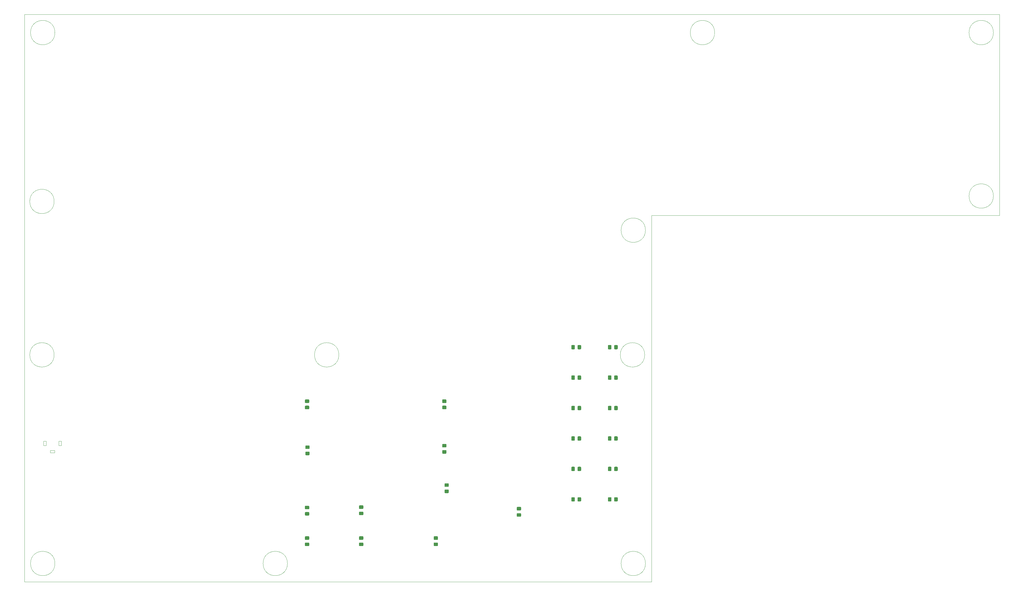
<source format=gbr>
G04 #@! TF.GenerationSoftware,KiCad,Pcbnew,(5.1.5-0)*
G04 #@! TF.CreationDate,2020-03-21T20:29:53+01:00*
G04 #@! TF.ProjectId,saufanlage,73617566-616e-46c6-9167-652e6b696361,v0.1*
G04 #@! TF.SameCoordinates,Original*
G04 #@! TF.FileFunction,Paste,Bot*
G04 #@! TF.FilePolarity,Positive*
%FSLAX46Y46*%
G04 Gerber Fmt 4.6, Leading zero omitted, Abs format (unit mm)*
G04 Created by KiCad (PCBNEW (5.1.5-0)) date 2020-03-21 20:29:53*
%MOMM*%
%LPD*%
G04 APERTURE LIST*
%ADD10C,0.120000*%
%ADD11C,0.050000*%
%ADD12C,0.100000*%
%ADD13C,0.150000*%
G04 APERTURE END LIST*
D10*
X23970000Y-102108000D02*
G75*
G03X23970000Y-102108000I-4000000J0D01*
G01*
X240951000Y-46640000D02*
G75*
G03X240951000Y-46640000I-4000000J0D01*
G01*
X117507000Y-152527000D02*
G75*
G03X117507000Y-152527000I-4000000J0D01*
G01*
X100616000Y-221076000D02*
G75*
G03X100616000Y-221076000I-4000000J0D01*
G01*
X217964000Y-152527000D02*
G75*
G03X217964000Y-152527000I-4000000J0D01*
G01*
X23970000Y-152527000D02*
G75*
G03X23970000Y-152527000I-4000000J0D01*
G01*
X332518000Y-100330000D02*
G75*
G03X332518000Y-100330000I-4000000J0D01*
G01*
X218218000Y-111570000D02*
G75*
G03X218218000Y-111570000I-4000000J0D01*
G01*
X332518000Y-46640000D02*
G75*
G03X332518000Y-46640000I-4000000J0D01*
G01*
X218218000Y-221076000D02*
G75*
G03X218218000Y-221076000I-4000000J0D01*
G01*
X24224000Y-221076000D02*
G75*
G03X24224000Y-221076000I-4000000J0D01*
G01*
X24224000Y-46640000D02*
G75*
G03X24224000Y-46640000I-4000000J0D01*
G01*
D11*
X155956000Y-40640000D02*
X334518000Y-40640000D01*
X334518000Y-106680000D02*
X334518000Y-40640000D01*
X220218000Y-106680000D02*
X334518000Y-106680000D01*
X220218000Y-227076000D02*
X220218000Y-106680000D01*
X14224000Y-227076000D02*
X220218000Y-227076000D01*
X14224000Y-40640000D02*
X14224000Y-227076000D01*
X155956000Y-40640000D02*
X14224000Y-40640000D01*
D12*
X26308000Y-182360000D02*
X25508000Y-182360000D01*
X25508000Y-182360000D02*
X25508000Y-180860000D01*
X25508000Y-180860000D02*
X26308000Y-180860000D01*
X26308000Y-180860000D02*
X26308000Y-182360000D01*
X24158000Y-183910000D02*
X24158000Y-184710000D01*
X24158000Y-184710000D02*
X22658000Y-184710000D01*
X22658000Y-184710000D02*
X22658000Y-183910000D01*
X22658000Y-183910000D02*
X24158000Y-183910000D01*
X21308000Y-182360000D02*
X20508000Y-182360000D01*
X20508000Y-182360000D02*
X20508000Y-180860000D01*
X20508000Y-180860000D02*
X21308000Y-180860000D01*
X21308000Y-180860000D02*
X21308000Y-182360000D01*
D13*
G36*
X196850505Y-149301204D02*
G01*
X196874773Y-149304804D01*
X196898572Y-149310765D01*
X196921671Y-149319030D01*
X196943850Y-149329520D01*
X196964893Y-149342132D01*
X196984599Y-149356747D01*
X197002777Y-149373223D01*
X197019253Y-149391401D01*
X197033868Y-149411107D01*
X197046480Y-149432150D01*
X197056970Y-149454329D01*
X197065235Y-149477428D01*
X197071196Y-149501227D01*
X197074796Y-149525495D01*
X197076000Y-149549999D01*
X197076000Y-150450001D01*
X197074796Y-150474505D01*
X197071196Y-150498773D01*
X197065235Y-150522572D01*
X197056970Y-150545671D01*
X197046480Y-150567850D01*
X197033868Y-150588893D01*
X197019253Y-150608599D01*
X197002777Y-150626777D01*
X196984599Y-150643253D01*
X196964893Y-150657868D01*
X196943850Y-150670480D01*
X196921671Y-150680970D01*
X196898572Y-150689235D01*
X196874773Y-150695196D01*
X196850505Y-150698796D01*
X196826001Y-150700000D01*
X196175999Y-150700000D01*
X196151495Y-150698796D01*
X196127227Y-150695196D01*
X196103428Y-150689235D01*
X196080329Y-150680970D01*
X196058150Y-150670480D01*
X196037107Y-150657868D01*
X196017401Y-150643253D01*
X195999223Y-150626777D01*
X195982747Y-150608599D01*
X195968132Y-150588893D01*
X195955520Y-150567850D01*
X195945030Y-150545671D01*
X195936765Y-150522572D01*
X195930804Y-150498773D01*
X195927204Y-150474505D01*
X195926000Y-150450001D01*
X195926000Y-149549999D01*
X195927204Y-149525495D01*
X195930804Y-149501227D01*
X195936765Y-149477428D01*
X195945030Y-149454329D01*
X195955520Y-149432150D01*
X195968132Y-149411107D01*
X195982747Y-149391401D01*
X195999223Y-149373223D01*
X196017401Y-149356747D01*
X196037107Y-149342132D01*
X196058150Y-149329520D01*
X196080329Y-149319030D01*
X196103428Y-149310765D01*
X196127227Y-149304804D01*
X196151495Y-149301204D01*
X196175999Y-149300000D01*
X196826001Y-149300000D01*
X196850505Y-149301204D01*
G37*
G36*
X194800505Y-149301204D02*
G01*
X194824773Y-149304804D01*
X194848572Y-149310765D01*
X194871671Y-149319030D01*
X194893850Y-149329520D01*
X194914893Y-149342132D01*
X194934599Y-149356747D01*
X194952777Y-149373223D01*
X194969253Y-149391401D01*
X194983868Y-149411107D01*
X194996480Y-149432150D01*
X195006970Y-149454329D01*
X195015235Y-149477428D01*
X195021196Y-149501227D01*
X195024796Y-149525495D01*
X195026000Y-149549999D01*
X195026000Y-150450001D01*
X195024796Y-150474505D01*
X195021196Y-150498773D01*
X195015235Y-150522572D01*
X195006970Y-150545671D01*
X194996480Y-150567850D01*
X194983868Y-150588893D01*
X194969253Y-150608599D01*
X194952777Y-150626777D01*
X194934599Y-150643253D01*
X194914893Y-150657868D01*
X194893850Y-150670480D01*
X194871671Y-150680970D01*
X194848572Y-150689235D01*
X194824773Y-150695196D01*
X194800505Y-150698796D01*
X194776001Y-150700000D01*
X194125999Y-150700000D01*
X194101495Y-150698796D01*
X194077227Y-150695196D01*
X194053428Y-150689235D01*
X194030329Y-150680970D01*
X194008150Y-150670480D01*
X193987107Y-150657868D01*
X193967401Y-150643253D01*
X193949223Y-150626777D01*
X193932747Y-150608599D01*
X193918132Y-150588893D01*
X193905520Y-150567850D01*
X193895030Y-150545671D01*
X193886765Y-150522572D01*
X193880804Y-150498773D01*
X193877204Y-150474505D01*
X193876000Y-150450001D01*
X193876000Y-149549999D01*
X193877204Y-149525495D01*
X193880804Y-149501227D01*
X193886765Y-149477428D01*
X193895030Y-149454329D01*
X193905520Y-149432150D01*
X193918132Y-149411107D01*
X193932747Y-149391401D01*
X193949223Y-149373223D01*
X193967401Y-149356747D01*
X193987107Y-149342132D01*
X194008150Y-149329520D01*
X194030329Y-149319030D01*
X194053428Y-149310765D01*
X194077227Y-149304804D01*
X194101495Y-149301204D01*
X194125999Y-149300000D01*
X194776001Y-149300000D01*
X194800505Y-149301204D01*
G37*
G36*
X194800505Y-159301204D02*
G01*
X194824773Y-159304804D01*
X194848572Y-159310765D01*
X194871671Y-159319030D01*
X194893850Y-159329520D01*
X194914893Y-159342132D01*
X194934599Y-159356747D01*
X194952777Y-159373223D01*
X194969253Y-159391401D01*
X194983868Y-159411107D01*
X194996480Y-159432150D01*
X195006970Y-159454329D01*
X195015235Y-159477428D01*
X195021196Y-159501227D01*
X195024796Y-159525495D01*
X195026000Y-159549999D01*
X195026000Y-160450001D01*
X195024796Y-160474505D01*
X195021196Y-160498773D01*
X195015235Y-160522572D01*
X195006970Y-160545671D01*
X194996480Y-160567850D01*
X194983868Y-160588893D01*
X194969253Y-160608599D01*
X194952777Y-160626777D01*
X194934599Y-160643253D01*
X194914893Y-160657868D01*
X194893850Y-160670480D01*
X194871671Y-160680970D01*
X194848572Y-160689235D01*
X194824773Y-160695196D01*
X194800505Y-160698796D01*
X194776001Y-160700000D01*
X194125999Y-160700000D01*
X194101495Y-160698796D01*
X194077227Y-160695196D01*
X194053428Y-160689235D01*
X194030329Y-160680970D01*
X194008150Y-160670480D01*
X193987107Y-160657868D01*
X193967401Y-160643253D01*
X193949223Y-160626777D01*
X193932747Y-160608599D01*
X193918132Y-160588893D01*
X193905520Y-160567850D01*
X193895030Y-160545671D01*
X193886765Y-160522572D01*
X193880804Y-160498773D01*
X193877204Y-160474505D01*
X193876000Y-160450001D01*
X193876000Y-159549999D01*
X193877204Y-159525495D01*
X193880804Y-159501227D01*
X193886765Y-159477428D01*
X193895030Y-159454329D01*
X193905520Y-159432150D01*
X193918132Y-159411107D01*
X193932747Y-159391401D01*
X193949223Y-159373223D01*
X193967401Y-159356747D01*
X193987107Y-159342132D01*
X194008150Y-159329520D01*
X194030329Y-159319030D01*
X194053428Y-159310765D01*
X194077227Y-159304804D01*
X194101495Y-159301204D01*
X194125999Y-159300000D01*
X194776001Y-159300000D01*
X194800505Y-159301204D01*
G37*
G36*
X196850505Y-159301204D02*
G01*
X196874773Y-159304804D01*
X196898572Y-159310765D01*
X196921671Y-159319030D01*
X196943850Y-159329520D01*
X196964893Y-159342132D01*
X196984599Y-159356747D01*
X197002777Y-159373223D01*
X197019253Y-159391401D01*
X197033868Y-159411107D01*
X197046480Y-159432150D01*
X197056970Y-159454329D01*
X197065235Y-159477428D01*
X197071196Y-159501227D01*
X197074796Y-159525495D01*
X197076000Y-159549999D01*
X197076000Y-160450001D01*
X197074796Y-160474505D01*
X197071196Y-160498773D01*
X197065235Y-160522572D01*
X197056970Y-160545671D01*
X197046480Y-160567850D01*
X197033868Y-160588893D01*
X197019253Y-160608599D01*
X197002777Y-160626777D01*
X196984599Y-160643253D01*
X196964893Y-160657868D01*
X196943850Y-160670480D01*
X196921671Y-160680970D01*
X196898572Y-160689235D01*
X196874773Y-160695196D01*
X196850505Y-160698796D01*
X196826001Y-160700000D01*
X196175999Y-160700000D01*
X196151495Y-160698796D01*
X196127227Y-160695196D01*
X196103428Y-160689235D01*
X196080329Y-160680970D01*
X196058150Y-160670480D01*
X196037107Y-160657868D01*
X196017401Y-160643253D01*
X195999223Y-160626777D01*
X195982747Y-160608599D01*
X195968132Y-160588893D01*
X195955520Y-160567850D01*
X195945030Y-160545671D01*
X195936765Y-160522572D01*
X195930804Y-160498773D01*
X195927204Y-160474505D01*
X195926000Y-160450001D01*
X195926000Y-159549999D01*
X195927204Y-159525495D01*
X195930804Y-159501227D01*
X195936765Y-159477428D01*
X195945030Y-159454329D01*
X195955520Y-159432150D01*
X195968132Y-159411107D01*
X195982747Y-159391401D01*
X195999223Y-159373223D01*
X196017401Y-159356747D01*
X196037107Y-159342132D01*
X196058150Y-159329520D01*
X196080329Y-159319030D01*
X196103428Y-159310765D01*
X196127227Y-159304804D01*
X196151495Y-159301204D01*
X196175999Y-159300000D01*
X196826001Y-159300000D01*
X196850505Y-159301204D01*
G37*
G36*
X194800505Y-169301204D02*
G01*
X194824773Y-169304804D01*
X194848572Y-169310765D01*
X194871671Y-169319030D01*
X194893850Y-169329520D01*
X194914893Y-169342132D01*
X194934599Y-169356747D01*
X194952777Y-169373223D01*
X194969253Y-169391401D01*
X194983868Y-169411107D01*
X194996480Y-169432150D01*
X195006970Y-169454329D01*
X195015235Y-169477428D01*
X195021196Y-169501227D01*
X195024796Y-169525495D01*
X195026000Y-169549999D01*
X195026000Y-170450001D01*
X195024796Y-170474505D01*
X195021196Y-170498773D01*
X195015235Y-170522572D01*
X195006970Y-170545671D01*
X194996480Y-170567850D01*
X194983868Y-170588893D01*
X194969253Y-170608599D01*
X194952777Y-170626777D01*
X194934599Y-170643253D01*
X194914893Y-170657868D01*
X194893850Y-170670480D01*
X194871671Y-170680970D01*
X194848572Y-170689235D01*
X194824773Y-170695196D01*
X194800505Y-170698796D01*
X194776001Y-170700000D01*
X194125999Y-170700000D01*
X194101495Y-170698796D01*
X194077227Y-170695196D01*
X194053428Y-170689235D01*
X194030329Y-170680970D01*
X194008150Y-170670480D01*
X193987107Y-170657868D01*
X193967401Y-170643253D01*
X193949223Y-170626777D01*
X193932747Y-170608599D01*
X193918132Y-170588893D01*
X193905520Y-170567850D01*
X193895030Y-170545671D01*
X193886765Y-170522572D01*
X193880804Y-170498773D01*
X193877204Y-170474505D01*
X193876000Y-170450001D01*
X193876000Y-169549999D01*
X193877204Y-169525495D01*
X193880804Y-169501227D01*
X193886765Y-169477428D01*
X193895030Y-169454329D01*
X193905520Y-169432150D01*
X193918132Y-169411107D01*
X193932747Y-169391401D01*
X193949223Y-169373223D01*
X193967401Y-169356747D01*
X193987107Y-169342132D01*
X194008150Y-169329520D01*
X194030329Y-169319030D01*
X194053428Y-169310765D01*
X194077227Y-169304804D01*
X194101495Y-169301204D01*
X194125999Y-169300000D01*
X194776001Y-169300000D01*
X194800505Y-169301204D01*
G37*
G36*
X196850505Y-169301204D02*
G01*
X196874773Y-169304804D01*
X196898572Y-169310765D01*
X196921671Y-169319030D01*
X196943850Y-169329520D01*
X196964893Y-169342132D01*
X196984599Y-169356747D01*
X197002777Y-169373223D01*
X197019253Y-169391401D01*
X197033868Y-169411107D01*
X197046480Y-169432150D01*
X197056970Y-169454329D01*
X197065235Y-169477428D01*
X197071196Y-169501227D01*
X197074796Y-169525495D01*
X197076000Y-169549999D01*
X197076000Y-170450001D01*
X197074796Y-170474505D01*
X197071196Y-170498773D01*
X197065235Y-170522572D01*
X197056970Y-170545671D01*
X197046480Y-170567850D01*
X197033868Y-170588893D01*
X197019253Y-170608599D01*
X197002777Y-170626777D01*
X196984599Y-170643253D01*
X196964893Y-170657868D01*
X196943850Y-170670480D01*
X196921671Y-170680970D01*
X196898572Y-170689235D01*
X196874773Y-170695196D01*
X196850505Y-170698796D01*
X196826001Y-170700000D01*
X196175999Y-170700000D01*
X196151495Y-170698796D01*
X196127227Y-170695196D01*
X196103428Y-170689235D01*
X196080329Y-170680970D01*
X196058150Y-170670480D01*
X196037107Y-170657868D01*
X196017401Y-170643253D01*
X195999223Y-170626777D01*
X195982747Y-170608599D01*
X195968132Y-170588893D01*
X195955520Y-170567850D01*
X195945030Y-170545671D01*
X195936765Y-170522572D01*
X195930804Y-170498773D01*
X195927204Y-170474505D01*
X195926000Y-170450001D01*
X195926000Y-169549999D01*
X195927204Y-169525495D01*
X195930804Y-169501227D01*
X195936765Y-169477428D01*
X195945030Y-169454329D01*
X195955520Y-169432150D01*
X195968132Y-169411107D01*
X195982747Y-169391401D01*
X195999223Y-169373223D01*
X196017401Y-169356747D01*
X196037107Y-169342132D01*
X196058150Y-169329520D01*
X196080329Y-169319030D01*
X196103428Y-169310765D01*
X196127227Y-169304804D01*
X196151495Y-169301204D01*
X196175999Y-169300000D01*
X196826001Y-169300000D01*
X196850505Y-169301204D01*
G37*
G36*
X196850505Y-179301204D02*
G01*
X196874773Y-179304804D01*
X196898572Y-179310765D01*
X196921671Y-179319030D01*
X196943850Y-179329520D01*
X196964893Y-179342132D01*
X196984599Y-179356747D01*
X197002777Y-179373223D01*
X197019253Y-179391401D01*
X197033868Y-179411107D01*
X197046480Y-179432150D01*
X197056970Y-179454329D01*
X197065235Y-179477428D01*
X197071196Y-179501227D01*
X197074796Y-179525495D01*
X197076000Y-179549999D01*
X197076000Y-180450001D01*
X197074796Y-180474505D01*
X197071196Y-180498773D01*
X197065235Y-180522572D01*
X197056970Y-180545671D01*
X197046480Y-180567850D01*
X197033868Y-180588893D01*
X197019253Y-180608599D01*
X197002777Y-180626777D01*
X196984599Y-180643253D01*
X196964893Y-180657868D01*
X196943850Y-180670480D01*
X196921671Y-180680970D01*
X196898572Y-180689235D01*
X196874773Y-180695196D01*
X196850505Y-180698796D01*
X196826001Y-180700000D01*
X196175999Y-180700000D01*
X196151495Y-180698796D01*
X196127227Y-180695196D01*
X196103428Y-180689235D01*
X196080329Y-180680970D01*
X196058150Y-180670480D01*
X196037107Y-180657868D01*
X196017401Y-180643253D01*
X195999223Y-180626777D01*
X195982747Y-180608599D01*
X195968132Y-180588893D01*
X195955520Y-180567850D01*
X195945030Y-180545671D01*
X195936765Y-180522572D01*
X195930804Y-180498773D01*
X195927204Y-180474505D01*
X195926000Y-180450001D01*
X195926000Y-179549999D01*
X195927204Y-179525495D01*
X195930804Y-179501227D01*
X195936765Y-179477428D01*
X195945030Y-179454329D01*
X195955520Y-179432150D01*
X195968132Y-179411107D01*
X195982747Y-179391401D01*
X195999223Y-179373223D01*
X196017401Y-179356747D01*
X196037107Y-179342132D01*
X196058150Y-179329520D01*
X196080329Y-179319030D01*
X196103428Y-179310765D01*
X196127227Y-179304804D01*
X196151495Y-179301204D01*
X196175999Y-179300000D01*
X196826001Y-179300000D01*
X196850505Y-179301204D01*
G37*
G36*
X194800505Y-179301204D02*
G01*
X194824773Y-179304804D01*
X194848572Y-179310765D01*
X194871671Y-179319030D01*
X194893850Y-179329520D01*
X194914893Y-179342132D01*
X194934599Y-179356747D01*
X194952777Y-179373223D01*
X194969253Y-179391401D01*
X194983868Y-179411107D01*
X194996480Y-179432150D01*
X195006970Y-179454329D01*
X195015235Y-179477428D01*
X195021196Y-179501227D01*
X195024796Y-179525495D01*
X195026000Y-179549999D01*
X195026000Y-180450001D01*
X195024796Y-180474505D01*
X195021196Y-180498773D01*
X195015235Y-180522572D01*
X195006970Y-180545671D01*
X194996480Y-180567850D01*
X194983868Y-180588893D01*
X194969253Y-180608599D01*
X194952777Y-180626777D01*
X194934599Y-180643253D01*
X194914893Y-180657868D01*
X194893850Y-180670480D01*
X194871671Y-180680970D01*
X194848572Y-180689235D01*
X194824773Y-180695196D01*
X194800505Y-180698796D01*
X194776001Y-180700000D01*
X194125999Y-180700000D01*
X194101495Y-180698796D01*
X194077227Y-180695196D01*
X194053428Y-180689235D01*
X194030329Y-180680970D01*
X194008150Y-180670480D01*
X193987107Y-180657868D01*
X193967401Y-180643253D01*
X193949223Y-180626777D01*
X193932747Y-180608599D01*
X193918132Y-180588893D01*
X193905520Y-180567850D01*
X193895030Y-180545671D01*
X193886765Y-180522572D01*
X193880804Y-180498773D01*
X193877204Y-180474505D01*
X193876000Y-180450001D01*
X193876000Y-179549999D01*
X193877204Y-179525495D01*
X193880804Y-179501227D01*
X193886765Y-179477428D01*
X193895030Y-179454329D01*
X193905520Y-179432150D01*
X193918132Y-179411107D01*
X193932747Y-179391401D01*
X193949223Y-179373223D01*
X193967401Y-179356747D01*
X193987107Y-179342132D01*
X194008150Y-179329520D01*
X194030329Y-179319030D01*
X194053428Y-179310765D01*
X194077227Y-179304804D01*
X194101495Y-179301204D01*
X194125999Y-179300000D01*
X194776001Y-179300000D01*
X194800505Y-179301204D01*
G37*
G36*
X196850505Y-189301204D02*
G01*
X196874773Y-189304804D01*
X196898572Y-189310765D01*
X196921671Y-189319030D01*
X196943850Y-189329520D01*
X196964893Y-189342132D01*
X196984599Y-189356747D01*
X197002777Y-189373223D01*
X197019253Y-189391401D01*
X197033868Y-189411107D01*
X197046480Y-189432150D01*
X197056970Y-189454329D01*
X197065235Y-189477428D01*
X197071196Y-189501227D01*
X197074796Y-189525495D01*
X197076000Y-189549999D01*
X197076000Y-190450001D01*
X197074796Y-190474505D01*
X197071196Y-190498773D01*
X197065235Y-190522572D01*
X197056970Y-190545671D01*
X197046480Y-190567850D01*
X197033868Y-190588893D01*
X197019253Y-190608599D01*
X197002777Y-190626777D01*
X196984599Y-190643253D01*
X196964893Y-190657868D01*
X196943850Y-190670480D01*
X196921671Y-190680970D01*
X196898572Y-190689235D01*
X196874773Y-190695196D01*
X196850505Y-190698796D01*
X196826001Y-190700000D01*
X196175999Y-190700000D01*
X196151495Y-190698796D01*
X196127227Y-190695196D01*
X196103428Y-190689235D01*
X196080329Y-190680970D01*
X196058150Y-190670480D01*
X196037107Y-190657868D01*
X196017401Y-190643253D01*
X195999223Y-190626777D01*
X195982747Y-190608599D01*
X195968132Y-190588893D01*
X195955520Y-190567850D01*
X195945030Y-190545671D01*
X195936765Y-190522572D01*
X195930804Y-190498773D01*
X195927204Y-190474505D01*
X195926000Y-190450001D01*
X195926000Y-189549999D01*
X195927204Y-189525495D01*
X195930804Y-189501227D01*
X195936765Y-189477428D01*
X195945030Y-189454329D01*
X195955520Y-189432150D01*
X195968132Y-189411107D01*
X195982747Y-189391401D01*
X195999223Y-189373223D01*
X196017401Y-189356747D01*
X196037107Y-189342132D01*
X196058150Y-189329520D01*
X196080329Y-189319030D01*
X196103428Y-189310765D01*
X196127227Y-189304804D01*
X196151495Y-189301204D01*
X196175999Y-189300000D01*
X196826001Y-189300000D01*
X196850505Y-189301204D01*
G37*
G36*
X194800505Y-189301204D02*
G01*
X194824773Y-189304804D01*
X194848572Y-189310765D01*
X194871671Y-189319030D01*
X194893850Y-189329520D01*
X194914893Y-189342132D01*
X194934599Y-189356747D01*
X194952777Y-189373223D01*
X194969253Y-189391401D01*
X194983868Y-189411107D01*
X194996480Y-189432150D01*
X195006970Y-189454329D01*
X195015235Y-189477428D01*
X195021196Y-189501227D01*
X195024796Y-189525495D01*
X195026000Y-189549999D01*
X195026000Y-190450001D01*
X195024796Y-190474505D01*
X195021196Y-190498773D01*
X195015235Y-190522572D01*
X195006970Y-190545671D01*
X194996480Y-190567850D01*
X194983868Y-190588893D01*
X194969253Y-190608599D01*
X194952777Y-190626777D01*
X194934599Y-190643253D01*
X194914893Y-190657868D01*
X194893850Y-190670480D01*
X194871671Y-190680970D01*
X194848572Y-190689235D01*
X194824773Y-190695196D01*
X194800505Y-190698796D01*
X194776001Y-190700000D01*
X194125999Y-190700000D01*
X194101495Y-190698796D01*
X194077227Y-190695196D01*
X194053428Y-190689235D01*
X194030329Y-190680970D01*
X194008150Y-190670480D01*
X193987107Y-190657868D01*
X193967401Y-190643253D01*
X193949223Y-190626777D01*
X193932747Y-190608599D01*
X193918132Y-190588893D01*
X193905520Y-190567850D01*
X193895030Y-190545671D01*
X193886765Y-190522572D01*
X193880804Y-190498773D01*
X193877204Y-190474505D01*
X193876000Y-190450001D01*
X193876000Y-189549999D01*
X193877204Y-189525495D01*
X193880804Y-189501227D01*
X193886765Y-189477428D01*
X193895030Y-189454329D01*
X193905520Y-189432150D01*
X193918132Y-189411107D01*
X193932747Y-189391401D01*
X193949223Y-189373223D01*
X193967401Y-189356747D01*
X193987107Y-189342132D01*
X194008150Y-189329520D01*
X194030329Y-189319030D01*
X194053428Y-189310765D01*
X194077227Y-189304804D01*
X194101495Y-189301204D01*
X194125999Y-189300000D01*
X194776001Y-189300000D01*
X194800505Y-189301204D01*
G37*
G36*
X194800505Y-199301204D02*
G01*
X194824773Y-199304804D01*
X194848572Y-199310765D01*
X194871671Y-199319030D01*
X194893850Y-199329520D01*
X194914893Y-199342132D01*
X194934599Y-199356747D01*
X194952777Y-199373223D01*
X194969253Y-199391401D01*
X194983868Y-199411107D01*
X194996480Y-199432150D01*
X195006970Y-199454329D01*
X195015235Y-199477428D01*
X195021196Y-199501227D01*
X195024796Y-199525495D01*
X195026000Y-199549999D01*
X195026000Y-200450001D01*
X195024796Y-200474505D01*
X195021196Y-200498773D01*
X195015235Y-200522572D01*
X195006970Y-200545671D01*
X194996480Y-200567850D01*
X194983868Y-200588893D01*
X194969253Y-200608599D01*
X194952777Y-200626777D01*
X194934599Y-200643253D01*
X194914893Y-200657868D01*
X194893850Y-200670480D01*
X194871671Y-200680970D01*
X194848572Y-200689235D01*
X194824773Y-200695196D01*
X194800505Y-200698796D01*
X194776001Y-200700000D01*
X194125999Y-200700000D01*
X194101495Y-200698796D01*
X194077227Y-200695196D01*
X194053428Y-200689235D01*
X194030329Y-200680970D01*
X194008150Y-200670480D01*
X193987107Y-200657868D01*
X193967401Y-200643253D01*
X193949223Y-200626777D01*
X193932747Y-200608599D01*
X193918132Y-200588893D01*
X193905520Y-200567850D01*
X193895030Y-200545671D01*
X193886765Y-200522572D01*
X193880804Y-200498773D01*
X193877204Y-200474505D01*
X193876000Y-200450001D01*
X193876000Y-199549999D01*
X193877204Y-199525495D01*
X193880804Y-199501227D01*
X193886765Y-199477428D01*
X193895030Y-199454329D01*
X193905520Y-199432150D01*
X193918132Y-199411107D01*
X193932747Y-199391401D01*
X193949223Y-199373223D01*
X193967401Y-199356747D01*
X193987107Y-199342132D01*
X194008150Y-199329520D01*
X194030329Y-199319030D01*
X194053428Y-199310765D01*
X194077227Y-199304804D01*
X194101495Y-199301204D01*
X194125999Y-199300000D01*
X194776001Y-199300000D01*
X194800505Y-199301204D01*
G37*
G36*
X196850505Y-199301204D02*
G01*
X196874773Y-199304804D01*
X196898572Y-199310765D01*
X196921671Y-199319030D01*
X196943850Y-199329520D01*
X196964893Y-199342132D01*
X196984599Y-199356747D01*
X197002777Y-199373223D01*
X197019253Y-199391401D01*
X197033868Y-199411107D01*
X197046480Y-199432150D01*
X197056970Y-199454329D01*
X197065235Y-199477428D01*
X197071196Y-199501227D01*
X197074796Y-199525495D01*
X197076000Y-199549999D01*
X197076000Y-200450001D01*
X197074796Y-200474505D01*
X197071196Y-200498773D01*
X197065235Y-200522572D01*
X197056970Y-200545671D01*
X197046480Y-200567850D01*
X197033868Y-200588893D01*
X197019253Y-200608599D01*
X197002777Y-200626777D01*
X196984599Y-200643253D01*
X196964893Y-200657868D01*
X196943850Y-200670480D01*
X196921671Y-200680970D01*
X196898572Y-200689235D01*
X196874773Y-200695196D01*
X196850505Y-200698796D01*
X196826001Y-200700000D01*
X196175999Y-200700000D01*
X196151495Y-200698796D01*
X196127227Y-200695196D01*
X196103428Y-200689235D01*
X196080329Y-200680970D01*
X196058150Y-200670480D01*
X196037107Y-200657868D01*
X196017401Y-200643253D01*
X195999223Y-200626777D01*
X195982747Y-200608599D01*
X195968132Y-200588893D01*
X195955520Y-200567850D01*
X195945030Y-200545671D01*
X195936765Y-200522572D01*
X195930804Y-200498773D01*
X195927204Y-200474505D01*
X195926000Y-200450001D01*
X195926000Y-199549999D01*
X195927204Y-199525495D01*
X195930804Y-199501227D01*
X195936765Y-199477428D01*
X195945030Y-199454329D01*
X195955520Y-199432150D01*
X195968132Y-199411107D01*
X195982747Y-199391401D01*
X195999223Y-199373223D01*
X196017401Y-199356747D01*
X196037107Y-199342132D01*
X196058150Y-199329520D01*
X196080329Y-199319030D01*
X196103428Y-199310765D01*
X196127227Y-199304804D01*
X196151495Y-199301204D01*
X196175999Y-199300000D01*
X196826001Y-199300000D01*
X196850505Y-199301204D01*
G37*
G36*
X206824505Y-149301204D02*
G01*
X206848773Y-149304804D01*
X206872572Y-149310765D01*
X206895671Y-149319030D01*
X206917850Y-149329520D01*
X206938893Y-149342132D01*
X206958599Y-149356747D01*
X206976777Y-149373223D01*
X206993253Y-149391401D01*
X207007868Y-149411107D01*
X207020480Y-149432150D01*
X207030970Y-149454329D01*
X207039235Y-149477428D01*
X207045196Y-149501227D01*
X207048796Y-149525495D01*
X207050000Y-149549999D01*
X207050000Y-150450001D01*
X207048796Y-150474505D01*
X207045196Y-150498773D01*
X207039235Y-150522572D01*
X207030970Y-150545671D01*
X207020480Y-150567850D01*
X207007868Y-150588893D01*
X206993253Y-150608599D01*
X206976777Y-150626777D01*
X206958599Y-150643253D01*
X206938893Y-150657868D01*
X206917850Y-150670480D01*
X206895671Y-150680970D01*
X206872572Y-150689235D01*
X206848773Y-150695196D01*
X206824505Y-150698796D01*
X206800001Y-150700000D01*
X206149999Y-150700000D01*
X206125495Y-150698796D01*
X206101227Y-150695196D01*
X206077428Y-150689235D01*
X206054329Y-150680970D01*
X206032150Y-150670480D01*
X206011107Y-150657868D01*
X205991401Y-150643253D01*
X205973223Y-150626777D01*
X205956747Y-150608599D01*
X205942132Y-150588893D01*
X205929520Y-150567850D01*
X205919030Y-150545671D01*
X205910765Y-150522572D01*
X205904804Y-150498773D01*
X205901204Y-150474505D01*
X205900000Y-150450001D01*
X205900000Y-149549999D01*
X205901204Y-149525495D01*
X205904804Y-149501227D01*
X205910765Y-149477428D01*
X205919030Y-149454329D01*
X205929520Y-149432150D01*
X205942132Y-149411107D01*
X205956747Y-149391401D01*
X205973223Y-149373223D01*
X205991401Y-149356747D01*
X206011107Y-149342132D01*
X206032150Y-149329520D01*
X206054329Y-149319030D01*
X206077428Y-149310765D01*
X206101227Y-149304804D01*
X206125495Y-149301204D01*
X206149999Y-149300000D01*
X206800001Y-149300000D01*
X206824505Y-149301204D01*
G37*
G36*
X208874505Y-149301204D02*
G01*
X208898773Y-149304804D01*
X208922572Y-149310765D01*
X208945671Y-149319030D01*
X208967850Y-149329520D01*
X208988893Y-149342132D01*
X209008599Y-149356747D01*
X209026777Y-149373223D01*
X209043253Y-149391401D01*
X209057868Y-149411107D01*
X209070480Y-149432150D01*
X209080970Y-149454329D01*
X209089235Y-149477428D01*
X209095196Y-149501227D01*
X209098796Y-149525495D01*
X209100000Y-149549999D01*
X209100000Y-150450001D01*
X209098796Y-150474505D01*
X209095196Y-150498773D01*
X209089235Y-150522572D01*
X209080970Y-150545671D01*
X209070480Y-150567850D01*
X209057868Y-150588893D01*
X209043253Y-150608599D01*
X209026777Y-150626777D01*
X209008599Y-150643253D01*
X208988893Y-150657868D01*
X208967850Y-150670480D01*
X208945671Y-150680970D01*
X208922572Y-150689235D01*
X208898773Y-150695196D01*
X208874505Y-150698796D01*
X208850001Y-150700000D01*
X208199999Y-150700000D01*
X208175495Y-150698796D01*
X208151227Y-150695196D01*
X208127428Y-150689235D01*
X208104329Y-150680970D01*
X208082150Y-150670480D01*
X208061107Y-150657868D01*
X208041401Y-150643253D01*
X208023223Y-150626777D01*
X208006747Y-150608599D01*
X207992132Y-150588893D01*
X207979520Y-150567850D01*
X207969030Y-150545671D01*
X207960765Y-150522572D01*
X207954804Y-150498773D01*
X207951204Y-150474505D01*
X207950000Y-150450001D01*
X207950000Y-149549999D01*
X207951204Y-149525495D01*
X207954804Y-149501227D01*
X207960765Y-149477428D01*
X207969030Y-149454329D01*
X207979520Y-149432150D01*
X207992132Y-149411107D01*
X208006747Y-149391401D01*
X208023223Y-149373223D01*
X208041401Y-149356747D01*
X208061107Y-149342132D01*
X208082150Y-149329520D01*
X208104329Y-149319030D01*
X208127428Y-149310765D01*
X208151227Y-149304804D01*
X208175495Y-149301204D01*
X208199999Y-149300000D01*
X208850001Y-149300000D01*
X208874505Y-149301204D01*
G37*
G36*
X208874505Y-159301204D02*
G01*
X208898773Y-159304804D01*
X208922572Y-159310765D01*
X208945671Y-159319030D01*
X208967850Y-159329520D01*
X208988893Y-159342132D01*
X209008599Y-159356747D01*
X209026777Y-159373223D01*
X209043253Y-159391401D01*
X209057868Y-159411107D01*
X209070480Y-159432150D01*
X209080970Y-159454329D01*
X209089235Y-159477428D01*
X209095196Y-159501227D01*
X209098796Y-159525495D01*
X209100000Y-159549999D01*
X209100000Y-160450001D01*
X209098796Y-160474505D01*
X209095196Y-160498773D01*
X209089235Y-160522572D01*
X209080970Y-160545671D01*
X209070480Y-160567850D01*
X209057868Y-160588893D01*
X209043253Y-160608599D01*
X209026777Y-160626777D01*
X209008599Y-160643253D01*
X208988893Y-160657868D01*
X208967850Y-160670480D01*
X208945671Y-160680970D01*
X208922572Y-160689235D01*
X208898773Y-160695196D01*
X208874505Y-160698796D01*
X208850001Y-160700000D01*
X208199999Y-160700000D01*
X208175495Y-160698796D01*
X208151227Y-160695196D01*
X208127428Y-160689235D01*
X208104329Y-160680970D01*
X208082150Y-160670480D01*
X208061107Y-160657868D01*
X208041401Y-160643253D01*
X208023223Y-160626777D01*
X208006747Y-160608599D01*
X207992132Y-160588893D01*
X207979520Y-160567850D01*
X207969030Y-160545671D01*
X207960765Y-160522572D01*
X207954804Y-160498773D01*
X207951204Y-160474505D01*
X207950000Y-160450001D01*
X207950000Y-159549999D01*
X207951204Y-159525495D01*
X207954804Y-159501227D01*
X207960765Y-159477428D01*
X207969030Y-159454329D01*
X207979520Y-159432150D01*
X207992132Y-159411107D01*
X208006747Y-159391401D01*
X208023223Y-159373223D01*
X208041401Y-159356747D01*
X208061107Y-159342132D01*
X208082150Y-159329520D01*
X208104329Y-159319030D01*
X208127428Y-159310765D01*
X208151227Y-159304804D01*
X208175495Y-159301204D01*
X208199999Y-159300000D01*
X208850001Y-159300000D01*
X208874505Y-159301204D01*
G37*
G36*
X206824505Y-159301204D02*
G01*
X206848773Y-159304804D01*
X206872572Y-159310765D01*
X206895671Y-159319030D01*
X206917850Y-159329520D01*
X206938893Y-159342132D01*
X206958599Y-159356747D01*
X206976777Y-159373223D01*
X206993253Y-159391401D01*
X207007868Y-159411107D01*
X207020480Y-159432150D01*
X207030970Y-159454329D01*
X207039235Y-159477428D01*
X207045196Y-159501227D01*
X207048796Y-159525495D01*
X207050000Y-159549999D01*
X207050000Y-160450001D01*
X207048796Y-160474505D01*
X207045196Y-160498773D01*
X207039235Y-160522572D01*
X207030970Y-160545671D01*
X207020480Y-160567850D01*
X207007868Y-160588893D01*
X206993253Y-160608599D01*
X206976777Y-160626777D01*
X206958599Y-160643253D01*
X206938893Y-160657868D01*
X206917850Y-160670480D01*
X206895671Y-160680970D01*
X206872572Y-160689235D01*
X206848773Y-160695196D01*
X206824505Y-160698796D01*
X206800001Y-160700000D01*
X206149999Y-160700000D01*
X206125495Y-160698796D01*
X206101227Y-160695196D01*
X206077428Y-160689235D01*
X206054329Y-160680970D01*
X206032150Y-160670480D01*
X206011107Y-160657868D01*
X205991401Y-160643253D01*
X205973223Y-160626777D01*
X205956747Y-160608599D01*
X205942132Y-160588893D01*
X205929520Y-160567850D01*
X205919030Y-160545671D01*
X205910765Y-160522572D01*
X205904804Y-160498773D01*
X205901204Y-160474505D01*
X205900000Y-160450001D01*
X205900000Y-159549999D01*
X205901204Y-159525495D01*
X205904804Y-159501227D01*
X205910765Y-159477428D01*
X205919030Y-159454329D01*
X205929520Y-159432150D01*
X205942132Y-159411107D01*
X205956747Y-159391401D01*
X205973223Y-159373223D01*
X205991401Y-159356747D01*
X206011107Y-159342132D01*
X206032150Y-159329520D01*
X206054329Y-159319030D01*
X206077428Y-159310765D01*
X206101227Y-159304804D01*
X206125495Y-159301204D01*
X206149999Y-159300000D01*
X206800001Y-159300000D01*
X206824505Y-159301204D01*
G37*
G36*
X208874505Y-169301204D02*
G01*
X208898773Y-169304804D01*
X208922572Y-169310765D01*
X208945671Y-169319030D01*
X208967850Y-169329520D01*
X208988893Y-169342132D01*
X209008599Y-169356747D01*
X209026777Y-169373223D01*
X209043253Y-169391401D01*
X209057868Y-169411107D01*
X209070480Y-169432150D01*
X209080970Y-169454329D01*
X209089235Y-169477428D01*
X209095196Y-169501227D01*
X209098796Y-169525495D01*
X209100000Y-169549999D01*
X209100000Y-170450001D01*
X209098796Y-170474505D01*
X209095196Y-170498773D01*
X209089235Y-170522572D01*
X209080970Y-170545671D01*
X209070480Y-170567850D01*
X209057868Y-170588893D01*
X209043253Y-170608599D01*
X209026777Y-170626777D01*
X209008599Y-170643253D01*
X208988893Y-170657868D01*
X208967850Y-170670480D01*
X208945671Y-170680970D01*
X208922572Y-170689235D01*
X208898773Y-170695196D01*
X208874505Y-170698796D01*
X208850001Y-170700000D01*
X208199999Y-170700000D01*
X208175495Y-170698796D01*
X208151227Y-170695196D01*
X208127428Y-170689235D01*
X208104329Y-170680970D01*
X208082150Y-170670480D01*
X208061107Y-170657868D01*
X208041401Y-170643253D01*
X208023223Y-170626777D01*
X208006747Y-170608599D01*
X207992132Y-170588893D01*
X207979520Y-170567850D01*
X207969030Y-170545671D01*
X207960765Y-170522572D01*
X207954804Y-170498773D01*
X207951204Y-170474505D01*
X207950000Y-170450001D01*
X207950000Y-169549999D01*
X207951204Y-169525495D01*
X207954804Y-169501227D01*
X207960765Y-169477428D01*
X207969030Y-169454329D01*
X207979520Y-169432150D01*
X207992132Y-169411107D01*
X208006747Y-169391401D01*
X208023223Y-169373223D01*
X208041401Y-169356747D01*
X208061107Y-169342132D01*
X208082150Y-169329520D01*
X208104329Y-169319030D01*
X208127428Y-169310765D01*
X208151227Y-169304804D01*
X208175495Y-169301204D01*
X208199999Y-169300000D01*
X208850001Y-169300000D01*
X208874505Y-169301204D01*
G37*
G36*
X206824505Y-169301204D02*
G01*
X206848773Y-169304804D01*
X206872572Y-169310765D01*
X206895671Y-169319030D01*
X206917850Y-169329520D01*
X206938893Y-169342132D01*
X206958599Y-169356747D01*
X206976777Y-169373223D01*
X206993253Y-169391401D01*
X207007868Y-169411107D01*
X207020480Y-169432150D01*
X207030970Y-169454329D01*
X207039235Y-169477428D01*
X207045196Y-169501227D01*
X207048796Y-169525495D01*
X207050000Y-169549999D01*
X207050000Y-170450001D01*
X207048796Y-170474505D01*
X207045196Y-170498773D01*
X207039235Y-170522572D01*
X207030970Y-170545671D01*
X207020480Y-170567850D01*
X207007868Y-170588893D01*
X206993253Y-170608599D01*
X206976777Y-170626777D01*
X206958599Y-170643253D01*
X206938893Y-170657868D01*
X206917850Y-170670480D01*
X206895671Y-170680970D01*
X206872572Y-170689235D01*
X206848773Y-170695196D01*
X206824505Y-170698796D01*
X206800001Y-170700000D01*
X206149999Y-170700000D01*
X206125495Y-170698796D01*
X206101227Y-170695196D01*
X206077428Y-170689235D01*
X206054329Y-170680970D01*
X206032150Y-170670480D01*
X206011107Y-170657868D01*
X205991401Y-170643253D01*
X205973223Y-170626777D01*
X205956747Y-170608599D01*
X205942132Y-170588893D01*
X205929520Y-170567850D01*
X205919030Y-170545671D01*
X205910765Y-170522572D01*
X205904804Y-170498773D01*
X205901204Y-170474505D01*
X205900000Y-170450001D01*
X205900000Y-169549999D01*
X205901204Y-169525495D01*
X205904804Y-169501227D01*
X205910765Y-169477428D01*
X205919030Y-169454329D01*
X205929520Y-169432150D01*
X205942132Y-169411107D01*
X205956747Y-169391401D01*
X205973223Y-169373223D01*
X205991401Y-169356747D01*
X206011107Y-169342132D01*
X206032150Y-169329520D01*
X206054329Y-169319030D01*
X206077428Y-169310765D01*
X206101227Y-169304804D01*
X206125495Y-169301204D01*
X206149999Y-169300000D01*
X206800001Y-169300000D01*
X206824505Y-169301204D01*
G37*
G36*
X206824505Y-179301204D02*
G01*
X206848773Y-179304804D01*
X206872572Y-179310765D01*
X206895671Y-179319030D01*
X206917850Y-179329520D01*
X206938893Y-179342132D01*
X206958599Y-179356747D01*
X206976777Y-179373223D01*
X206993253Y-179391401D01*
X207007868Y-179411107D01*
X207020480Y-179432150D01*
X207030970Y-179454329D01*
X207039235Y-179477428D01*
X207045196Y-179501227D01*
X207048796Y-179525495D01*
X207050000Y-179549999D01*
X207050000Y-180450001D01*
X207048796Y-180474505D01*
X207045196Y-180498773D01*
X207039235Y-180522572D01*
X207030970Y-180545671D01*
X207020480Y-180567850D01*
X207007868Y-180588893D01*
X206993253Y-180608599D01*
X206976777Y-180626777D01*
X206958599Y-180643253D01*
X206938893Y-180657868D01*
X206917850Y-180670480D01*
X206895671Y-180680970D01*
X206872572Y-180689235D01*
X206848773Y-180695196D01*
X206824505Y-180698796D01*
X206800001Y-180700000D01*
X206149999Y-180700000D01*
X206125495Y-180698796D01*
X206101227Y-180695196D01*
X206077428Y-180689235D01*
X206054329Y-180680970D01*
X206032150Y-180670480D01*
X206011107Y-180657868D01*
X205991401Y-180643253D01*
X205973223Y-180626777D01*
X205956747Y-180608599D01*
X205942132Y-180588893D01*
X205929520Y-180567850D01*
X205919030Y-180545671D01*
X205910765Y-180522572D01*
X205904804Y-180498773D01*
X205901204Y-180474505D01*
X205900000Y-180450001D01*
X205900000Y-179549999D01*
X205901204Y-179525495D01*
X205904804Y-179501227D01*
X205910765Y-179477428D01*
X205919030Y-179454329D01*
X205929520Y-179432150D01*
X205942132Y-179411107D01*
X205956747Y-179391401D01*
X205973223Y-179373223D01*
X205991401Y-179356747D01*
X206011107Y-179342132D01*
X206032150Y-179329520D01*
X206054329Y-179319030D01*
X206077428Y-179310765D01*
X206101227Y-179304804D01*
X206125495Y-179301204D01*
X206149999Y-179300000D01*
X206800001Y-179300000D01*
X206824505Y-179301204D01*
G37*
G36*
X208874505Y-179301204D02*
G01*
X208898773Y-179304804D01*
X208922572Y-179310765D01*
X208945671Y-179319030D01*
X208967850Y-179329520D01*
X208988893Y-179342132D01*
X209008599Y-179356747D01*
X209026777Y-179373223D01*
X209043253Y-179391401D01*
X209057868Y-179411107D01*
X209070480Y-179432150D01*
X209080970Y-179454329D01*
X209089235Y-179477428D01*
X209095196Y-179501227D01*
X209098796Y-179525495D01*
X209100000Y-179549999D01*
X209100000Y-180450001D01*
X209098796Y-180474505D01*
X209095196Y-180498773D01*
X209089235Y-180522572D01*
X209080970Y-180545671D01*
X209070480Y-180567850D01*
X209057868Y-180588893D01*
X209043253Y-180608599D01*
X209026777Y-180626777D01*
X209008599Y-180643253D01*
X208988893Y-180657868D01*
X208967850Y-180670480D01*
X208945671Y-180680970D01*
X208922572Y-180689235D01*
X208898773Y-180695196D01*
X208874505Y-180698796D01*
X208850001Y-180700000D01*
X208199999Y-180700000D01*
X208175495Y-180698796D01*
X208151227Y-180695196D01*
X208127428Y-180689235D01*
X208104329Y-180680970D01*
X208082150Y-180670480D01*
X208061107Y-180657868D01*
X208041401Y-180643253D01*
X208023223Y-180626777D01*
X208006747Y-180608599D01*
X207992132Y-180588893D01*
X207979520Y-180567850D01*
X207969030Y-180545671D01*
X207960765Y-180522572D01*
X207954804Y-180498773D01*
X207951204Y-180474505D01*
X207950000Y-180450001D01*
X207950000Y-179549999D01*
X207951204Y-179525495D01*
X207954804Y-179501227D01*
X207960765Y-179477428D01*
X207969030Y-179454329D01*
X207979520Y-179432150D01*
X207992132Y-179411107D01*
X208006747Y-179391401D01*
X208023223Y-179373223D01*
X208041401Y-179356747D01*
X208061107Y-179342132D01*
X208082150Y-179329520D01*
X208104329Y-179319030D01*
X208127428Y-179310765D01*
X208151227Y-179304804D01*
X208175495Y-179301204D01*
X208199999Y-179300000D01*
X208850001Y-179300000D01*
X208874505Y-179301204D01*
G37*
G36*
X206824505Y-189301204D02*
G01*
X206848773Y-189304804D01*
X206872572Y-189310765D01*
X206895671Y-189319030D01*
X206917850Y-189329520D01*
X206938893Y-189342132D01*
X206958599Y-189356747D01*
X206976777Y-189373223D01*
X206993253Y-189391401D01*
X207007868Y-189411107D01*
X207020480Y-189432150D01*
X207030970Y-189454329D01*
X207039235Y-189477428D01*
X207045196Y-189501227D01*
X207048796Y-189525495D01*
X207050000Y-189549999D01*
X207050000Y-190450001D01*
X207048796Y-190474505D01*
X207045196Y-190498773D01*
X207039235Y-190522572D01*
X207030970Y-190545671D01*
X207020480Y-190567850D01*
X207007868Y-190588893D01*
X206993253Y-190608599D01*
X206976777Y-190626777D01*
X206958599Y-190643253D01*
X206938893Y-190657868D01*
X206917850Y-190670480D01*
X206895671Y-190680970D01*
X206872572Y-190689235D01*
X206848773Y-190695196D01*
X206824505Y-190698796D01*
X206800001Y-190700000D01*
X206149999Y-190700000D01*
X206125495Y-190698796D01*
X206101227Y-190695196D01*
X206077428Y-190689235D01*
X206054329Y-190680970D01*
X206032150Y-190670480D01*
X206011107Y-190657868D01*
X205991401Y-190643253D01*
X205973223Y-190626777D01*
X205956747Y-190608599D01*
X205942132Y-190588893D01*
X205929520Y-190567850D01*
X205919030Y-190545671D01*
X205910765Y-190522572D01*
X205904804Y-190498773D01*
X205901204Y-190474505D01*
X205900000Y-190450001D01*
X205900000Y-189549999D01*
X205901204Y-189525495D01*
X205904804Y-189501227D01*
X205910765Y-189477428D01*
X205919030Y-189454329D01*
X205929520Y-189432150D01*
X205942132Y-189411107D01*
X205956747Y-189391401D01*
X205973223Y-189373223D01*
X205991401Y-189356747D01*
X206011107Y-189342132D01*
X206032150Y-189329520D01*
X206054329Y-189319030D01*
X206077428Y-189310765D01*
X206101227Y-189304804D01*
X206125495Y-189301204D01*
X206149999Y-189300000D01*
X206800001Y-189300000D01*
X206824505Y-189301204D01*
G37*
G36*
X208874505Y-189301204D02*
G01*
X208898773Y-189304804D01*
X208922572Y-189310765D01*
X208945671Y-189319030D01*
X208967850Y-189329520D01*
X208988893Y-189342132D01*
X209008599Y-189356747D01*
X209026777Y-189373223D01*
X209043253Y-189391401D01*
X209057868Y-189411107D01*
X209070480Y-189432150D01*
X209080970Y-189454329D01*
X209089235Y-189477428D01*
X209095196Y-189501227D01*
X209098796Y-189525495D01*
X209100000Y-189549999D01*
X209100000Y-190450001D01*
X209098796Y-190474505D01*
X209095196Y-190498773D01*
X209089235Y-190522572D01*
X209080970Y-190545671D01*
X209070480Y-190567850D01*
X209057868Y-190588893D01*
X209043253Y-190608599D01*
X209026777Y-190626777D01*
X209008599Y-190643253D01*
X208988893Y-190657868D01*
X208967850Y-190670480D01*
X208945671Y-190680970D01*
X208922572Y-190689235D01*
X208898773Y-190695196D01*
X208874505Y-190698796D01*
X208850001Y-190700000D01*
X208199999Y-190700000D01*
X208175495Y-190698796D01*
X208151227Y-190695196D01*
X208127428Y-190689235D01*
X208104329Y-190680970D01*
X208082150Y-190670480D01*
X208061107Y-190657868D01*
X208041401Y-190643253D01*
X208023223Y-190626777D01*
X208006747Y-190608599D01*
X207992132Y-190588893D01*
X207979520Y-190567850D01*
X207969030Y-190545671D01*
X207960765Y-190522572D01*
X207954804Y-190498773D01*
X207951204Y-190474505D01*
X207950000Y-190450001D01*
X207950000Y-189549999D01*
X207951204Y-189525495D01*
X207954804Y-189501227D01*
X207960765Y-189477428D01*
X207969030Y-189454329D01*
X207979520Y-189432150D01*
X207992132Y-189411107D01*
X208006747Y-189391401D01*
X208023223Y-189373223D01*
X208041401Y-189356747D01*
X208061107Y-189342132D01*
X208082150Y-189329520D01*
X208104329Y-189319030D01*
X208127428Y-189310765D01*
X208151227Y-189304804D01*
X208175495Y-189301204D01*
X208199999Y-189300000D01*
X208850001Y-189300000D01*
X208874505Y-189301204D01*
G37*
G36*
X208874505Y-199301204D02*
G01*
X208898773Y-199304804D01*
X208922572Y-199310765D01*
X208945671Y-199319030D01*
X208967850Y-199329520D01*
X208988893Y-199342132D01*
X209008599Y-199356747D01*
X209026777Y-199373223D01*
X209043253Y-199391401D01*
X209057868Y-199411107D01*
X209070480Y-199432150D01*
X209080970Y-199454329D01*
X209089235Y-199477428D01*
X209095196Y-199501227D01*
X209098796Y-199525495D01*
X209100000Y-199549999D01*
X209100000Y-200450001D01*
X209098796Y-200474505D01*
X209095196Y-200498773D01*
X209089235Y-200522572D01*
X209080970Y-200545671D01*
X209070480Y-200567850D01*
X209057868Y-200588893D01*
X209043253Y-200608599D01*
X209026777Y-200626777D01*
X209008599Y-200643253D01*
X208988893Y-200657868D01*
X208967850Y-200670480D01*
X208945671Y-200680970D01*
X208922572Y-200689235D01*
X208898773Y-200695196D01*
X208874505Y-200698796D01*
X208850001Y-200700000D01*
X208199999Y-200700000D01*
X208175495Y-200698796D01*
X208151227Y-200695196D01*
X208127428Y-200689235D01*
X208104329Y-200680970D01*
X208082150Y-200670480D01*
X208061107Y-200657868D01*
X208041401Y-200643253D01*
X208023223Y-200626777D01*
X208006747Y-200608599D01*
X207992132Y-200588893D01*
X207979520Y-200567850D01*
X207969030Y-200545671D01*
X207960765Y-200522572D01*
X207954804Y-200498773D01*
X207951204Y-200474505D01*
X207950000Y-200450001D01*
X207950000Y-199549999D01*
X207951204Y-199525495D01*
X207954804Y-199501227D01*
X207960765Y-199477428D01*
X207969030Y-199454329D01*
X207979520Y-199432150D01*
X207992132Y-199411107D01*
X208006747Y-199391401D01*
X208023223Y-199373223D01*
X208041401Y-199356747D01*
X208061107Y-199342132D01*
X208082150Y-199329520D01*
X208104329Y-199319030D01*
X208127428Y-199310765D01*
X208151227Y-199304804D01*
X208175495Y-199301204D01*
X208199999Y-199300000D01*
X208850001Y-199300000D01*
X208874505Y-199301204D01*
G37*
G36*
X206824505Y-199301204D02*
G01*
X206848773Y-199304804D01*
X206872572Y-199310765D01*
X206895671Y-199319030D01*
X206917850Y-199329520D01*
X206938893Y-199342132D01*
X206958599Y-199356747D01*
X206976777Y-199373223D01*
X206993253Y-199391401D01*
X207007868Y-199411107D01*
X207020480Y-199432150D01*
X207030970Y-199454329D01*
X207039235Y-199477428D01*
X207045196Y-199501227D01*
X207048796Y-199525495D01*
X207050000Y-199549999D01*
X207050000Y-200450001D01*
X207048796Y-200474505D01*
X207045196Y-200498773D01*
X207039235Y-200522572D01*
X207030970Y-200545671D01*
X207020480Y-200567850D01*
X207007868Y-200588893D01*
X206993253Y-200608599D01*
X206976777Y-200626777D01*
X206958599Y-200643253D01*
X206938893Y-200657868D01*
X206917850Y-200670480D01*
X206895671Y-200680970D01*
X206872572Y-200689235D01*
X206848773Y-200695196D01*
X206824505Y-200698796D01*
X206800001Y-200700000D01*
X206149999Y-200700000D01*
X206125495Y-200698796D01*
X206101227Y-200695196D01*
X206077428Y-200689235D01*
X206054329Y-200680970D01*
X206032150Y-200670480D01*
X206011107Y-200657868D01*
X205991401Y-200643253D01*
X205973223Y-200626777D01*
X205956747Y-200608599D01*
X205942132Y-200588893D01*
X205929520Y-200567850D01*
X205919030Y-200545671D01*
X205910765Y-200522572D01*
X205904804Y-200498773D01*
X205901204Y-200474505D01*
X205900000Y-200450001D01*
X205900000Y-199549999D01*
X205901204Y-199525495D01*
X205904804Y-199501227D01*
X205910765Y-199477428D01*
X205919030Y-199454329D01*
X205929520Y-199432150D01*
X205942132Y-199411107D01*
X205956747Y-199391401D01*
X205973223Y-199373223D01*
X205991401Y-199356747D01*
X206011107Y-199342132D01*
X206032150Y-199329520D01*
X206054329Y-199319030D01*
X206077428Y-199310765D01*
X206101227Y-199304804D01*
X206125495Y-199301204D01*
X206149999Y-199300000D01*
X206800001Y-199300000D01*
X206824505Y-199301204D01*
G37*
G36*
X153382505Y-194743204D02*
G01*
X153406773Y-194746804D01*
X153430572Y-194752765D01*
X153453671Y-194761030D01*
X153475850Y-194771520D01*
X153496893Y-194784132D01*
X153516599Y-194798747D01*
X153534777Y-194815223D01*
X153551253Y-194833401D01*
X153565868Y-194853107D01*
X153578480Y-194874150D01*
X153588970Y-194896329D01*
X153597235Y-194919428D01*
X153603196Y-194943227D01*
X153606796Y-194967495D01*
X153608000Y-194991999D01*
X153608000Y-195642001D01*
X153606796Y-195666505D01*
X153603196Y-195690773D01*
X153597235Y-195714572D01*
X153588970Y-195737671D01*
X153578480Y-195759850D01*
X153565868Y-195780893D01*
X153551253Y-195800599D01*
X153534777Y-195818777D01*
X153516599Y-195835253D01*
X153496893Y-195849868D01*
X153475850Y-195862480D01*
X153453671Y-195872970D01*
X153430572Y-195881235D01*
X153406773Y-195887196D01*
X153382505Y-195890796D01*
X153358001Y-195892000D01*
X152457999Y-195892000D01*
X152433495Y-195890796D01*
X152409227Y-195887196D01*
X152385428Y-195881235D01*
X152362329Y-195872970D01*
X152340150Y-195862480D01*
X152319107Y-195849868D01*
X152299401Y-195835253D01*
X152281223Y-195818777D01*
X152264747Y-195800599D01*
X152250132Y-195780893D01*
X152237520Y-195759850D01*
X152227030Y-195737671D01*
X152218765Y-195714572D01*
X152212804Y-195690773D01*
X152209204Y-195666505D01*
X152208000Y-195642001D01*
X152208000Y-194991999D01*
X152209204Y-194967495D01*
X152212804Y-194943227D01*
X152218765Y-194919428D01*
X152227030Y-194896329D01*
X152237520Y-194874150D01*
X152250132Y-194853107D01*
X152264747Y-194833401D01*
X152281223Y-194815223D01*
X152299401Y-194798747D01*
X152319107Y-194784132D01*
X152340150Y-194771520D01*
X152362329Y-194761030D01*
X152385428Y-194752765D01*
X152409227Y-194746804D01*
X152433495Y-194743204D01*
X152457999Y-194742000D01*
X153358001Y-194742000D01*
X153382505Y-194743204D01*
G37*
G36*
X153382505Y-196793204D02*
G01*
X153406773Y-196796804D01*
X153430572Y-196802765D01*
X153453671Y-196811030D01*
X153475850Y-196821520D01*
X153496893Y-196834132D01*
X153516599Y-196848747D01*
X153534777Y-196865223D01*
X153551253Y-196883401D01*
X153565868Y-196903107D01*
X153578480Y-196924150D01*
X153588970Y-196946329D01*
X153597235Y-196969428D01*
X153603196Y-196993227D01*
X153606796Y-197017495D01*
X153608000Y-197041999D01*
X153608000Y-197692001D01*
X153606796Y-197716505D01*
X153603196Y-197740773D01*
X153597235Y-197764572D01*
X153588970Y-197787671D01*
X153578480Y-197809850D01*
X153565868Y-197830893D01*
X153551253Y-197850599D01*
X153534777Y-197868777D01*
X153516599Y-197885253D01*
X153496893Y-197899868D01*
X153475850Y-197912480D01*
X153453671Y-197922970D01*
X153430572Y-197931235D01*
X153406773Y-197937196D01*
X153382505Y-197940796D01*
X153358001Y-197942000D01*
X152457999Y-197942000D01*
X152433495Y-197940796D01*
X152409227Y-197937196D01*
X152385428Y-197931235D01*
X152362329Y-197922970D01*
X152340150Y-197912480D01*
X152319107Y-197899868D01*
X152299401Y-197885253D01*
X152281223Y-197868777D01*
X152264747Y-197850599D01*
X152250132Y-197830893D01*
X152237520Y-197809850D01*
X152227030Y-197787671D01*
X152218765Y-197764572D01*
X152212804Y-197740773D01*
X152209204Y-197716505D01*
X152208000Y-197692001D01*
X152208000Y-197041999D01*
X152209204Y-197017495D01*
X152212804Y-196993227D01*
X152218765Y-196969428D01*
X152227030Y-196946329D01*
X152237520Y-196924150D01*
X152250132Y-196903107D01*
X152264747Y-196883401D01*
X152281223Y-196865223D01*
X152299401Y-196848747D01*
X152319107Y-196834132D01*
X152340150Y-196821520D01*
X152362329Y-196811030D01*
X152385428Y-196802765D01*
X152409227Y-196796804D01*
X152433495Y-196793204D01*
X152457999Y-196792000D01*
X153358001Y-196792000D01*
X153382505Y-196793204D01*
G37*
G36*
X177131505Y-202499204D02*
G01*
X177155773Y-202502804D01*
X177179572Y-202508765D01*
X177202671Y-202517030D01*
X177224850Y-202527520D01*
X177245893Y-202540132D01*
X177265599Y-202554747D01*
X177283777Y-202571223D01*
X177300253Y-202589401D01*
X177314868Y-202609107D01*
X177327480Y-202630150D01*
X177337970Y-202652329D01*
X177346235Y-202675428D01*
X177352196Y-202699227D01*
X177355796Y-202723495D01*
X177357000Y-202747999D01*
X177357000Y-203398001D01*
X177355796Y-203422505D01*
X177352196Y-203446773D01*
X177346235Y-203470572D01*
X177337970Y-203493671D01*
X177327480Y-203515850D01*
X177314868Y-203536893D01*
X177300253Y-203556599D01*
X177283777Y-203574777D01*
X177265599Y-203591253D01*
X177245893Y-203605868D01*
X177224850Y-203618480D01*
X177202671Y-203628970D01*
X177179572Y-203637235D01*
X177155773Y-203643196D01*
X177131505Y-203646796D01*
X177107001Y-203648000D01*
X176206999Y-203648000D01*
X176182495Y-203646796D01*
X176158227Y-203643196D01*
X176134428Y-203637235D01*
X176111329Y-203628970D01*
X176089150Y-203618480D01*
X176068107Y-203605868D01*
X176048401Y-203591253D01*
X176030223Y-203574777D01*
X176013747Y-203556599D01*
X175999132Y-203536893D01*
X175986520Y-203515850D01*
X175976030Y-203493671D01*
X175967765Y-203470572D01*
X175961804Y-203446773D01*
X175958204Y-203422505D01*
X175957000Y-203398001D01*
X175957000Y-202747999D01*
X175958204Y-202723495D01*
X175961804Y-202699227D01*
X175967765Y-202675428D01*
X175976030Y-202652329D01*
X175986520Y-202630150D01*
X175999132Y-202609107D01*
X176013747Y-202589401D01*
X176030223Y-202571223D01*
X176048401Y-202554747D01*
X176068107Y-202540132D01*
X176089150Y-202527520D01*
X176111329Y-202517030D01*
X176134428Y-202508765D01*
X176158227Y-202502804D01*
X176182495Y-202499204D01*
X176206999Y-202498000D01*
X177107001Y-202498000D01*
X177131505Y-202499204D01*
G37*
G36*
X177131505Y-204549204D02*
G01*
X177155773Y-204552804D01*
X177179572Y-204558765D01*
X177202671Y-204567030D01*
X177224850Y-204577520D01*
X177245893Y-204590132D01*
X177265599Y-204604747D01*
X177283777Y-204621223D01*
X177300253Y-204639401D01*
X177314868Y-204659107D01*
X177327480Y-204680150D01*
X177337970Y-204702329D01*
X177346235Y-204725428D01*
X177352196Y-204749227D01*
X177355796Y-204773495D01*
X177357000Y-204797999D01*
X177357000Y-205448001D01*
X177355796Y-205472505D01*
X177352196Y-205496773D01*
X177346235Y-205520572D01*
X177337970Y-205543671D01*
X177327480Y-205565850D01*
X177314868Y-205586893D01*
X177300253Y-205606599D01*
X177283777Y-205624777D01*
X177265599Y-205641253D01*
X177245893Y-205655868D01*
X177224850Y-205668480D01*
X177202671Y-205678970D01*
X177179572Y-205687235D01*
X177155773Y-205693196D01*
X177131505Y-205696796D01*
X177107001Y-205698000D01*
X176206999Y-205698000D01*
X176182495Y-205696796D01*
X176158227Y-205693196D01*
X176134428Y-205687235D01*
X176111329Y-205678970D01*
X176089150Y-205668480D01*
X176068107Y-205655868D01*
X176048401Y-205641253D01*
X176030223Y-205624777D01*
X176013747Y-205606599D01*
X175999132Y-205586893D01*
X175986520Y-205565850D01*
X175976030Y-205543671D01*
X175967765Y-205520572D01*
X175961804Y-205496773D01*
X175958204Y-205472505D01*
X175957000Y-205448001D01*
X175957000Y-204797999D01*
X175958204Y-204773495D01*
X175961804Y-204749227D01*
X175967765Y-204725428D01*
X175976030Y-204702329D01*
X175986520Y-204680150D01*
X175999132Y-204659107D01*
X176013747Y-204639401D01*
X176030223Y-204621223D01*
X176048401Y-204604747D01*
X176068107Y-204590132D01*
X176089150Y-204577520D01*
X176111329Y-204567030D01*
X176134428Y-204558765D01*
X176158227Y-204552804D01*
X176182495Y-204549204D01*
X176206999Y-204548000D01*
X177107001Y-204548000D01*
X177131505Y-204549204D01*
G37*
G36*
X149826505Y-214201204D02*
G01*
X149850773Y-214204804D01*
X149874572Y-214210765D01*
X149897671Y-214219030D01*
X149919850Y-214229520D01*
X149940893Y-214242132D01*
X149960599Y-214256747D01*
X149978777Y-214273223D01*
X149995253Y-214291401D01*
X150009868Y-214311107D01*
X150022480Y-214332150D01*
X150032970Y-214354329D01*
X150041235Y-214377428D01*
X150047196Y-214401227D01*
X150050796Y-214425495D01*
X150052000Y-214449999D01*
X150052000Y-215100001D01*
X150050796Y-215124505D01*
X150047196Y-215148773D01*
X150041235Y-215172572D01*
X150032970Y-215195671D01*
X150022480Y-215217850D01*
X150009868Y-215238893D01*
X149995253Y-215258599D01*
X149978777Y-215276777D01*
X149960599Y-215293253D01*
X149940893Y-215307868D01*
X149919850Y-215320480D01*
X149897671Y-215330970D01*
X149874572Y-215339235D01*
X149850773Y-215345196D01*
X149826505Y-215348796D01*
X149802001Y-215350000D01*
X148901999Y-215350000D01*
X148877495Y-215348796D01*
X148853227Y-215345196D01*
X148829428Y-215339235D01*
X148806329Y-215330970D01*
X148784150Y-215320480D01*
X148763107Y-215307868D01*
X148743401Y-215293253D01*
X148725223Y-215276777D01*
X148708747Y-215258599D01*
X148694132Y-215238893D01*
X148681520Y-215217850D01*
X148671030Y-215195671D01*
X148662765Y-215172572D01*
X148656804Y-215148773D01*
X148653204Y-215124505D01*
X148652000Y-215100001D01*
X148652000Y-214449999D01*
X148653204Y-214425495D01*
X148656804Y-214401227D01*
X148662765Y-214377428D01*
X148671030Y-214354329D01*
X148681520Y-214332150D01*
X148694132Y-214311107D01*
X148708747Y-214291401D01*
X148725223Y-214273223D01*
X148743401Y-214256747D01*
X148763107Y-214242132D01*
X148784150Y-214229520D01*
X148806329Y-214219030D01*
X148829428Y-214210765D01*
X148853227Y-214204804D01*
X148877495Y-214201204D01*
X148901999Y-214200000D01*
X149802001Y-214200000D01*
X149826505Y-214201204D01*
G37*
G36*
X149826505Y-212151204D02*
G01*
X149850773Y-212154804D01*
X149874572Y-212160765D01*
X149897671Y-212169030D01*
X149919850Y-212179520D01*
X149940893Y-212192132D01*
X149960599Y-212206747D01*
X149978777Y-212223223D01*
X149995253Y-212241401D01*
X150009868Y-212261107D01*
X150022480Y-212282150D01*
X150032970Y-212304329D01*
X150041235Y-212327428D01*
X150047196Y-212351227D01*
X150050796Y-212375495D01*
X150052000Y-212399999D01*
X150052000Y-213050001D01*
X150050796Y-213074505D01*
X150047196Y-213098773D01*
X150041235Y-213122572D01*
X150032970Y-213145671D01*
X150022480Y-213167850D01*
X150009868Y-213188893D01*
X149995253Y-213208599D01*
X149978777Y-213226777D01*
X149960599Y-213243253D01*
X149940893Y-213257868D01*
X149919850Y-213270480D01*
X149897671Y-213280970D01*
X149874572Y-213289235D01*
X149850773Y-213295196D01*
X149826505Y-213298796D01*
X149802001Y-213300000D01*
X148901999Y-213300000D01*
X148877495Y-213298796D01*
X148853227Y-213295196D01*
X148829428Y-213289235D01*
X148806329Y-213280970D01*
X148784150Y-213270480D01*
X148763107Y-213257868D01*
X148743401Y-213243253D01*
X148725223Y-213226777D01*
X148708747Y-213208599D01*
X148694132Y-213188893D01*
X148681520Y-213167850D01*
X148671030Y-213145671D01*
X148662765Y-213122572D01*
X148656804Y-213098773D01*
X148653204Y-213074505D01*
X148652000Y-213050001D01*
X148652000Y-212399999D01*
X148653204Y-212375495D01*
X148656804Y-212351227D01*
X148662765Y-212327428D01*
X148671030Y-212304329D01*
X148681520Y-212282150D01*
X148694132Y-212261107D01*
X148708747Y-212241401D01*
X148725223Y-212223223D01*
X148743401Y-212206747D01*
X148763107Y-212192132D01*
X148784150Y-212179520D01*
X148806329Y-212169030D01*
X148829428Y-212160765D01*
X148853227Y-212154804D01*
X148877495Y-212151204D01*
X148901999Y-212150000D01*
X149802001Y-212150000D01*
X149826505Y-212151204D01*
G37*
G36*
X107535505Y-204168204D02*
G01*
X107559773Y-204171804D01*
X107583572Y-204177765D01*
X107606671Y-204186030D01*
X107628850Y-204196520D01*
X107649893Y-204209132D01*
X107669599Y-204223747D01*
X107687777Y-204240223D01*
X107704253Y-204258401D01*
X107718868Y-204278107D01*
X107731480Y-204299150D01*
X107741970Y-204321329D01*
X107750235Y-204344428D01*
X107756196Y-204368227D01*
X107759796Y-204392495D01*
X107761000Y-204416999D01*
X107761000Y-205067001D01*
X107759796Y-205091505D01*
X107756196Y-205115773D01*
X107750235Y-205139572D01*
X107741970Y-205162671D01*
X107731480Y-205184850D01*
X107718868Y-205205893D01*
X107704253Y-205225599D01*
X107687777Y-205243777D01*
X107669599Y-205260253D01*
X107649893Y-205274868D01*
X107628850Y-205287480D01*
X107606671Y-205297970D01*
X107583572Y-205306235D01*
X107559773Y-205312196D01*
X107535505Y-205315796D01*
X107511001Y-205317000D01*
X106610999Y-205317000D01*
X106586495Y-205315796D01*
X106562227Y-205312196D01*
X106538428Y-205306235D01*
X106515329Y-205297970D01*
X106493150Y-205287480D01*
X106472107Y-205274868D01*
X106452401Y-205260253D01*
X106434223Y-205243777D01*
X106417747Y-205225599D01*
X106403132Y-205205893D01*
X106390520Y-205184850D01*
X106380030Y-205162671D01*
X106371765Y-205139572D01*
X106365804Y-205115773D01*
X106362204Y-205091505D01*
X106361000Y-205067001D01*
X106361000Y-204416999D01*
X106362204Y-204392495D01*
X106365804Y-204368227D01*
X106371765Y-204344428D01*
X106380030Y-204321329D01*
X106390520Y-204299150D01*
X106403132Y-204278107D01*
X106417747Y-204258401D01*
X106434223Y-204240223D01*
X106452401Y-204223747D01*
X106472107Y-204209132D01*
X106493150Y-204196520D01*
X106515329Y-204186030D01*
X106538428Y-204177765D01*
X106562227Y-204171804D01*
X106586495Y-204168204D01*
X106610999Y-204167000D01*
X107511001Y-204167000D01*
X107535505Y-204168204D01*
G37*
G36*
X107535505Y-202118204D02*
G01*
X107559773Y-202121804D01*
X107583572Y-202127765D01*
X107606671Y-202136030D01*
X107628850Y-202146520D01*
X107649893Y-202159132D01*
X107669599Y-202173747D01*
X107687777Y-202190223D01*
X107704253Y-202208401D01*
X107718868Y-202228107D01*
X107731480Y-202249150D01*
X107741970Y-202271329D01*
X107750235Y-202294428D01*
X107756196Y-202318227D01*
X107759796Y-202342495D01*
X107761000Y-202366999D01*
X107761000Y-203017001D01*
X107759796Y-203041505D01*
X107756196Y-203065773D01*
X107750235Y-203089572D01*
X107741970Y-203112671D01*
X107731480Y-203134850D01*
X107718868Y-203155893D01*
X107704253Y-203175599D01*
X107687777Y-203193777D01*
X107669599Y-203210253D01*
X107649893Y-203224868D01*
X107628850Y-203237480D01*
X107606671Y-203247970D01*
X107583572Y-203256235D01*
X107559773Y-203262196D01*
X107535505Y-203265796D01*
X107511001Y-203267000D01*
X106610999Y-203267000D01*
X106586495Y-203265796D01*
X106562227Y-203262196D01*
X106538428Y-203256235D01*
X106515329Y-203247970D01*
X106493150Y-203237480D01*
X106472107Y-203224868D01*
X106452401Y-203210253D01*
X106434223Y-203193777D01*
X106417747Y-203175599D01*
X106403132Y-203155893D01*
X106390520Y-203134850D01*
X106380030Y-203112671D01*
X106371765Y-203089572D01*
X106365804Y-203065773D01*
X106362204Y-203041505D01*
X106361000Y-203017001D01*
X106361000Y-202366999D01*
X106362204Y-202342495D01*
X106365804Y-202318227D01*
X106371765Y-202294428D01*
X106380030Y-202271329D01*
X106390520Y-202249150D01*
X106403132Y-202228107D01*
X106417747Y-202208401D01*
X106434223Y-202190223D01*
X106452401Y-202173747D01*
X106472107Y-202159132D01*
X106493150Y-202146520D01*
X106515329Y-202136030D01*
X106538428Y-202127765D01*
X106562227Y-202121804D01*
X106586495Y-202118204D01*
X106610999Y-202117000D01*
X107511001Y-202117000D01*
X107535505Y-202118204D01*
G37*
G36*
X107535505Y-212151204D02*
G01*
X107559773Y-212154804D01*
X107583572Y-212160765D01*
X107606671Y-212169030D01*
X107628850Y-212179520D01*
X107649893Y-212192132D01*
X107669599Y-212206747D01*
X107687777Y-212223223D01*
X107704253Y-212241401D01*
X107718868Y-212261107D01*
X107731480Y-212282150D01*
X107741970Y-212304329D01*
X107750235Y-212327428D01*
X107756196Y-212351227D01*
X107759796Y-212375495D01*
X107761000Y-212399999D01*
X107761000Y-213050001D01*
X107759796Y-213074505D01*
X107756196Y-213098773D01*
X107750235Y-213122572D01*
X107741970Y-213145671D01*
X107731480Y-213167850D01*
X107718868Y-213188893D01*
X107704253Y-213208599D01*
X107687777Y-213226777D01*
X107669599Y-213243253D01*
X107649893Y-213257868D01*
X107628850Y-213270480D01*
X107606671Y-213280970D01*
X107583572Y-213289235D01*
X107559773Y-213295196D01*
X107535505Y-213298796D01*
X107511001Y-213300000D01*
X106610999Y-213300000D01*
X106586495Y-213298796D01*
X106562227Y-213295196D01*
X106538428Y-213289235D01*
X106515329Y-213280970D01*
X106493150Y-213270480D01*
X106472107Y-213257868D01*
X106452401Y-213243253D01*
X106434223Y-213226777D01*
X106417747Y-213208599D01*
X106403132Y-213188893D01*
X106390520Y-213167850D01*
X106380030Y-213145671D01*
X106371765Y-213122572D01*
X106365804Y-213098773D01*
X106362204Y-213074505D01*
X106361000Y-213050001D01*
X106361000Y-212399999D01*
X106362204Y-212375495D01*
X106365804Y-212351227D01*
X106371765Y-212327428D01*
X106380030Y-212304329D01*
X106390520Y-212282150D01*
X106403132Y-212261107D01*
X106417747Y-212241401D01*
X106434223Y-212223223D01*
X106452401Y-212206747D01*
X106472107Y-212192132D01*
X106493150Y-212179520D01*
X106515329Y-212169030D01*
X106538428Y-212160765D01*
X106562227Y-212154804D01*
X106586495Y-212151204D01*
X106610999Y-212150000D01*
X107511001Y-212150000D01*
X107535505Y-212151204D01*
G37*
G36*
X107535505Y-214201204D02*
G01*
X107559773Y-214204804D01*
X107583572Y-214210765D01*
X107606671Y-214219030D01*
X107628850Y-214229520D01*
X107649893Y-214242132D01*
X107669599Y-214256747D01*
X107687777Y-214273223D01*
X107704253Y-214291401D01*
X107718868Y-214311107D01*
X107731480Y-214332150D01*
X107741970Y-214354329D01*
X107750235Y-214377428D01*
X107756196Y-214401227D01*
X107759796Y-214425495D01*
X107761000Y-214449999D01*
X107761000Y-215100001D01*
X107759796Y-215124505D01*
X107756196Y-215148773D01*
X107750235Y-215172572D01*
X107741970Y-215195671D01*
X107731480Y-215217850D01*
X107718868Y-215238893D01*
X107704253Y-215258599D01*
X107687777Y-215276777D01*
X107669599Y-215293253D01*
X107649893Y-215307868D01*
X107628850Y-215320480D01*
X107606671Y-215330970D01*
X107583572Y-215339235D01*
X107559773Y-215345196D01*
X107535505Y-215348796D01*
X107511001Y-215350000D01*
X106610999Y-215350000D01*
X106586495Y-215348796D01*
X106562227Y-215345196D01*
X106538428Y-215339235D01*
X106515329Y-215330970D01*
X106493150Y-215320480D01*
X106472107Y-215307868D01*
X106452401Y-215293253D01*
X106434223Y-215276777D01*
X106417747Y-215258599D01*
X106403132Y-215238893D01*
X106390520Y-215217850D01*
X106380030Y-215195671D01*
X106371765Y-215172572D01*
X106365804Y-215148773D01*
X106362204Y-215124505D01*
X106361000Y-215100001D01*
X106361000Y-214449999D01*
X106362204Y-214425495D01*
X106365804Y-214401227D01*
X106371765Y-214377428D01*
X106380030Y-214354329D01*
X106390520Y-214332150D01*
X106403132Y-214311107D01*
X106417747Y-214291401D01*
X106434223Y-214273223D01*
X106452401Y-214256747D01*
X106472107Y-214242132D01*
X106493150Y-214229520D01*
X106515329Y-214219030D01*
X106538428Y-214210765D01*
X106562227Y-214204804D01*
X106586495Y-214201204D01*
X106610999Y-214200000D01*
X107511001Y-214200000D01*
X107535505Y-214201204D01*
G37*
G36*
X107535505Y-167184204D02*
G01*
X107559773Y-167187804D01*
X107583572Y-167193765D01*
X107606671Y-167202030D01*
X107628850Y-167212520D01*
X107649893Y-167225132D01*
X107669599Y-167239747D01*
X107687777Y-167256223D01*
X107704253Y-167274401D01*
X107718868Y-167294107D01*
X107731480Y-167315150D01*
X107741970Y-167337329D01*
X107750235Y-167360428D01*
X107756196Y-167384227D01*
X107759796Y-167408495D01*
X107761000Y-167432999D01*
X107761000Y-168083001D01*
X107759796Y-168107505D01*
X107756196Y-168131773D01*
X107750235Y-168155572D01*
X107741970Y-168178671D01*
X107731480Y-168200850D01*
X107718868Y-168221893D01*
X107704253Y-168241599D01*
X107687777Y-168259777D01*
X107669599Y-168276253D01*
X107649893Y-168290868D01*
X107628850Y-168303480D01*
X107606671Y-168313970D01*
X107583572Y-168322235D01*
X107559773Y-168328196D01*
X107535505Y-168331796D01*
X107511001Y-168333000D01*
X106610999Y-168333000D01*
X106586495Y-168331796D01*
X106562227Y-168328196D01*
X106538428Y-168322235D01*
X106515329Y-168313970D01*
X106493150Y-168303480D01*
X106472107Y-168290868D01*
X106452401Y-168276253D01*
X106434223Y-168259777D01*
X106417747Y-168241599D01*
X106403132Y-168221893D01*
X106390520Y-168200850D01*
X106380030Y-168178671D01*
X106371765Y-168155572D01*
X106365804Y-168131773D01*
X106362204Y-168107505D01*
X106361000Y-168083001D01*
X106361000Y-167432999D01*
X106362204Y-167408495D01*
X106365804Y-167384227D01*
X106371765Y-167360428D01*
X106380030Y-167337329D01*
X106390520Y-167315150D01*
X106403132Y-167294107D01*
X106417747Y-167274401D01*
X106434223Y-167256223D01*
X106452401Y-167239747D01*
X106472107Y-167225132D01*
X106493150Y-167212520D01*
X106515329Y-167202030D01*
X106538428Y-167193765D01*
X106562227Y-167187804D01*
X106586495Y-167184204D01*
X106610999Y-167183000D01*
X107511001Y-167183000D01*
X107535505Y-167184204D01*
G37*
G36*
X107535505Y-169234204D02*
G01*
X107559773Y-169237804D01*
X107583572Y-169243765D01*
X107606671Y-169252030D01*
X107628850Y-169262520D01*
X107649893Y-169275132D01*
X107669599Y-169289747D01*
X107687777Y-169306223D01*
X107704253Y-169324401D01*
X107718868Y-169344107D01*
X107731480Y-169365150D01*
X107741970Y-169387329D01*
X107750235Y-169410428D01*
X107756196Y-169434227D01*
X107759796Y-169458495D01*
X107761000Y-169482999D01*
X107761000Y-170133001D01*
X107759796Y-170157505D01*
X107756196Y-170181773D01*
X107750235Y-170205572D01*
X107741970Y-170228671D01*
X107731480Y-170250850D01*
X107718868Y-170271893D01*
X107704253Y-170291599D01*
X107687777Y-170309777D01*
X107669599Y-170326253D01*
X107649893Y-170340868D01*
X107628850Y-170353480D01*
X107606671Y-170363970D01*
X107583572Y-170372235D01*
X107559773Y-170378196D01*
X107535505Y-170381796D01*
X107511001Y-170383000D01*
X106610999Y-170383000D01*
X106586495Y-170381796D01*
X106562227Y-170378196D01*
X106538428Y-170372235D01*
X106515329Y-170363970D01*
X106493150Y-170353480D01*
X106472107Y-170340868D01*
X106452401Y-170326253D01*
X106434223Y-170309777D01*
X106417747Y-170291599D01*
X106403132Y-170271893D01*
X106390520Y-170250850D01*
X106380030Y-170228671D01*
X106371765Y-170205572D01*
X106365804Y-170181773D01*
X106362204Y-170157505D01*
X106361000Y-170133001D01*
X106361000Y-169482999D01*
X106362204Y-169458495D01*
X106365804Y-169434227D01*
X106371765Y-169410428D01*
X106380030Y-169387329D01*
X106390520Y-169365150D01*
X106403132Y-169344107D01*
X106417747Y-169324401D01*
X106434223Y-169306223D01*
X106452401Y-169289747D01*
X106472107Y-169275132D01*
X106493150Y-169262520D01*
X106515329Y-169252030D01*
X106538428Y-169243765D01*
X106562227Y-169237804D01*
X106586495Y-169234204D01*
X106610999Y-169233000D01*
X107511001Y-169233000D01*
X107535505Y-169234204D01*
G37*
G36*
X125315505Y-204041204D02*
G01*
X125339773Y-204044804D01*
X125363572Y-204050765D01*
X125386671Y-204059030D01*
X125408850Y-204069520D01*
X125429893Y-204082132D01*
X125449599Y-204096747D01*
X125467777Y-204113223D01*
X125484253Y-204131401D01*
X125498868Y-204151107D01*
X125511480Y-204172150D01*
X125521970Y-204194329D01*
X125530235Y-204217428D01*
X125536196Y-204241227D01*
X125539796Y-204265495D01*
X125541000Y-204289999D01*
X125541000Y-204940001D01*
X125539796Y-204964505D01*
X125536196Y-204988773D01*
X125530235Y-205012572D01*
X125521970Y-205035671D01*
X125511480Y-205057850D01*
X125498868Y-205078893D01*
X125484253Y-205098599D01*
X125467777Y-205116777D01*
X125449599Y-205133253D01*
X125429893Y-205147868D01*
X125408850Y-205160480D01*
X125386671Y-205170970D01*
X125363572Y-205179235D01*
X125339773Y-205185196D01*
X125315505Y-205188796D01*
X125291001Y-205190000D01*
X124390999Y-205190000D01*
X124366495Y-205188796D01*
X124342227Y-205185196D01*
X124318428Y-205179235D01*
X124295329Y-205170970D01*
X124273150Y-205160480D01*
X124252107Y-205147868D01*
X124232401Y-205133253D01*
X124214223Y-205116777D01*
X124197747Y-205098599D01*
X124183132Y-205078893D01*
X124170520Y-205057850D01*
X124160030Y-205035671D01*
X124151765Y-205012572D01*
X124145804Y-204988773D01*
X124142204Y-204964505D01*
X124141000Y-204940001D01*
X124141000Y-204289999D01*
X124142204Y-204265495D01*
X124145804Y-204241227D01*
X124151765Y-204217428D01*
X124160030Y-204194329D01*
X124170520Y-204172150D01*
X124183132Y-204151107D01*
X124197747Y-204131401D01*
X124214223Y-204113223D01*
X124232401Y-204096747D01*
X124252107Y-204082132D01*
X124273150Y-204069520D01*
X124295329Y-204059030D01*
X124318428Y-204050765D01*
X124342227Y-204044804D01*
X124366495Y-204041204D01*
X124390999Y-204040000D01*
X125291001Y-204040000D01*
X125315505Y-204041204D01*
G37*
G36*
X125315505Y-201991204D02*
G01*
X125339773Y-201994804D01*
X125363572Y-202000765D01*
X125386671Y-202009030D01*
X125408850Y-202019520D01*
X125429893Y-202032132D01*
X125449599Y-202046747D01*
X125467777Y-202063223D01*
X125484253Y-202081401D01*
X125498868Y-202101107D01*
X125511480Y-202122150D01*
X125521970Y-202144329D01*
X125530235Y-202167428D01*
X125536196Y-202191227D01*
X125539796Y-202215495D01*
X125541000Y-202239999D01*
X125541000Y-202890001D01*
X125539796Y-202914505D01*
X125536196Y-202938773D01*
X125530235Y-202962572D01*
X125521970Y-202985671D01*
X125511480Y-203007850D01*
X125498868Y-203028893D01*
X125484253Y-203048599D01*
X125467777Y-203066777D01*
X125449599Y-203083253D01*
X125429893Y-203097868D01*
X125408850Y-203110480D01*
X125386671Y-203120970D01*
X125363572Y-203129235D01*
X125339773Y-203135196D01*
X125315505Y-203138796D01*
X125291001Y-203140000D01*
X124390999Y-203140000D01*
X124366495Y-203138796D01*
X124342227Y-203135196D01*
X124318428Y-203129235D01*
X124295329Y-203120970D01*
X124273150Y-203110480D01*
X124252107Y-203097868D01*
X124232401Y-203083253D01*
X124214223Y-203066777D01*
X124197747Y-203048599D01*
X124183132Y-203028893D01*
X124170520Y-203007850D01*
X124160030Y-202985671D01*
X124151765Y-202962572D01*
X124145804Y-202938773D01*
X124142204Y-202914505D01*
X124141000Y-202890001D01*
X124141000Y-202239999D01*
X124142204Y-202215495D01*
X124145804Y-202191227D01*
X124151765Y-202167428D01*
X124160030Y-202144329D01*
X124170520Y-202122150D01*
X124183132Y-202101107D01*
X124197747Y-202081401D01*
X124214223Y-202063223D01*
X124232401Y-202046747D01*
X124252107Y-202032132D01*
X124273150Y-202019520D01*
X124295329Y-202009030D01*
X124318428Y-202000765D01*
X124342227Y-201994804D01*
X124366495Y-201991204D01*
X124390999Y-201990000D01*
X125291001Y-201990000D01*
X125315505Y-201991204D01*
G37*
G36*
X125315505Y-212151204D02*
G01*
X125339773Y-212154804D01*
X125363572Y-212160765D01*
X125386671Y-212169030D01*
X125408850Y-212179520D01*
X125429893Y-212192132D01*
X125449599Y-212206747D01*
X125467777Y-212223223D01*
X125484253Y-212241401D01*
X125498868Y-212261107D01*
X125511480Y-212282150D01*
X125521970Y-212304329D01*
X125530235Y-212327428D01*
X125536196Y-212351227D01*
X125539796Y-212375495D01*
X125541000Y-212399999D01*
X125541000Y-213050001D01*
X125539796Y-213074505D01*
X125536196Y-213098773D01*
X125530235Y-213122572D01*
X125521970Y-213145671D01*
X125511480Y-213167850D01*
X125498868Y-213188893D01*
X125484253Y-213208599D01*
X125467777Y-213226777D01*
X125449599Y-213243253D01*
X125429893Y-213257868D01*
X125408850Y-213270480D01*
X125386671Y-213280970D01*
X125363572Y-213289235D01*
X125339773Y-213295196D01*
X125315505Y-213298796D01*
X125291001Y-213300000D01*
X124390999Y-213300000D01*
X124366495Y-213298796D01*
X124342227Y-213295196D01*
X124318428Y-213289235D01*
X124295329Y-213280970D01*
X124273150Y-213270480D01*
X124252107Y-213257868D01*
X124232401Y-213243253D01*
X124214223Y-213226777D01*
X124197747Y-213208599D01*
X124183132Y-213188893D01*
X124170520Y-213167850D01*
X124160030Y-213145671D01*
X124151765Y-213122572D01*
X124145804Y-213098773D01*
X124142204Y-213074505D01*
X124141000Y-213050001D01*
X124141000Y-212399999D01*
X124142204Y-212375495D01*
X124145804Y-212351227D01*
X124151765Y-212327428D01*
X124160030Y-212304329D01*
X124170520Y-212282150D01*
X124183132Y-212261107D01*
X124197747Y-212241401D01*
X124214223Y-212223223D01*
X124232401Y-212206747D01*
X124252107Y-212192132D01*
X124273150Y-212179520D01*
X124295329Y-212169030D01*
X124318428Y-212160765D01*
X124342227Y-212154804D01*
X124366495Y-212151204D01*
X124390999Y-212150000D01*
X125291001Y-212150000D01*
X125315505Y-212151204D01*
G37*
G36*
X125315505Y-214201204D02*
G01*
X125339773Y-214204804D01*
X125363572Y-214210765D01*
X125386671Y-214219030D01*
X125408850Y-214229520D01*
X125429893Y-214242132D01*
X125449599Y-214256747D01*
X125467777Y-214273223D01*
X125484253Y-214291401D01*
X125498868Y-214311107D01*
X125511480Y-214332150D01*
X125521970Y-214354329D01*
X125530235Y-214377428D01*
X125536196Y-214401227D01*
X125539796Y-214425495D01*
X125541000Y-214449999D01*
X125541000Y-215100001D01*
X125539796Y-215124505D01*
X125536196Y-215148773D01*
X125530235Y-215172572D01*
X125521970Y-215195671D01*
X125511480Y-215217850D01*
X125498868Y-215238893D01*
X125484253Y-215258599D01*
X125467777Y-215276777D01*
X125449599Y-215293253D01*
X125429893Y-215307868D01*
X125408850Y-215320480D01*
X125386671Y-215330970D01*
X125363572Y-215339235D01*
X125339773Y-215345196D01*
X125315505Y-215348796D01*
X125291001Y-215350000D01*
X124390999Y-215350000D01*
X124366495Y-215348796D01*
X124342227Y-215345196D01*
X124318428Y-215339235D01*
X124295329Y-215330970D01*
X124273150Y-215320480D01*
X124252107Y-215307868D01*
X124232401Y-215293253D01*
X124214223Y-215276777D01*
X124197747Y-215258599D01*
X124183132Y-215238893D01*
X124170520Y-215217850D01*
X124160030Y-215195671D01*
X124151765Y-215172572D01*
X124145804Y-215148773D01*
X124142204Y-215124505D01*
X124141000Y-215100001D01*
X124141000Y-214449999D01*
X124142204Y-214425495D01*
X124145804Y-214401227D01*
X124151765Y-214377428D01*
X124160030Y-214354329D01*
X124170520Y-214332150D01*
X124183132Y-214311107D01*
X124197747Y-214291401D01*
X124214223Y-214273223D01*
X124232401Y-214256747D01*
X124252107Y-214242132D01*
X124273150Y-214229520D01*
X124295329Y-214219030D01*
X124318428Y-214210765D01*
X124342227Y-214204804D01*
X124366495Y-214201204D01*
X124390999Y-214200000D01*
X125291001Y-214200000D01*
X125315505Y-214201204D01*
G37*
G36*
X107662505Y-184347204D02*
G01*
X107686773Y-184350804D01*
X107710572Y-184356765D01*
X107733671Y-184365030D01*
X107755850Y-184375520D01*
X107776893Y-184388132D01*
X107796599Y-184402747D01*
X107814777Y-184419223D01*
X107831253Y-184437401D01*
X107845868Y-184457107D01*
X107858480Y-184478150D01*
X107868970Y-184500329D01*
X107877235Y-184523428D01*
X107883196Y-184547227D01*
X107886796Y-184571495D01*
X107888000Y-184595999D01*
X107888000Y-185246001D01*
X107886796Y-185270505D01*
X107883196Y-185294773D01*
X107877235Y-185318572D01*
X107868970Y-185341671D01*
X107858480Y-185363850D01*
X107845868Y-185384893D01*
X107831253Y-185404599D01*
X107814777Y-185422777D01*
X107796599Y-185439253D01*
X107776893Y-185453868D01*
X107755850Y-185466480D01*
X107733671Y-185476970D01*
X107710572Y-185485235D01*
X107686773Y-185491196D01*
X107662505Y-185494796D01*
X107638001Y-185496000D01*
X106737999Y-185496000D01*
X106713495Y-185494796D01*
X106689227Y-185491196D01*
X106665428Y-185485235D01*
X106642329Y-185476970D01*
X106620150Y-185466480D01*
X106599107Y-185453868D01*
X106579401Y-185439253D01*
X106561223Y-185422777D01*
X106544747Y-185404599D01*
X106530132Y-185384893D01*
X106517520Y-185363850D01*
X106507030Y-185341671D01*
X106498765Y-185318572D01*
X106492804Y-185294773D01*
X106489204Y-185270505D01*
X106488000Y-185246001D01*
X106488000Y-184595999D01*
X106489204Y-184571495D01*
X106492804Y-184547227D01*
X106498765Y-184523428D01*
X106507030Y-184500329D01*
X106517520Y-184478150D01*
X106530132Y-184457107D01*
X106544747Y-184437401D01*
X106561223Y-184419223D01*
X106579401Y-184402747D01*
X106599107Y-184388132D01*
X106620150Y-184375520D01*
X106642329Y-184365030D01*
X106665428Y-184356765D01*
X106689227Y-184350804D01*
X106713495Y-184347204D01*
X106737999Y-184346000D01*
X107638001Y-184346000D01*
X107662505Y-184347204D01*
G37*
G36*
X107662505Y-182297204D02*
G01*
X107686773Y-182300804D01*
X107710572Y-182306765D01*
X107733671Y-182315030D01*
X107755850Y-182325520D01*
X107776893Y-182338132D01*
X107796599Y-182352747D01*
X107814777Y-182369223D01*
X107831253Y-182387401D01*
X107845868Y-182407107D01*
X107858480Y-182428150D01*
X107868970Y-182450329D01*
X107877235Y-182473428D01*
X107883196Y-182497227D01*
X107886796Y-182521495D01*
X107888000Y-182545999D01*
X107888000Y-183196001D01*
X107886796Y-183220505D01*
X107883196Y-183244773D01*
X107877235Y-183268572D01*
X107868970Y-183291671D01*
X107858480Y-183313850D01*
X107845868Y-183334893D01*
X107831253Y-183354599D01*
X107814777Y-183372777D01*
X107796599Y-183389253D01*
X107776893Y-183403868D01*
X107755850Y-183416480D01*
X107733671Y-183426970D01*
X107710572Y-183435235D01*
X107686773Y-183441196D01*
X107662505Y-183444796D01*
X107638001Y-183446000D01*
X106737999Y-183446000D01*
X106713495Y-183444796D01*
X106689227Y-183441196D01*
X106665428Y-183435235D01*
X106642329Y-183426970D01*
X106620150Y-183416480D01*
X106599107Y-183403868D01*
X106579401Y-183389253D01*
X106561223Y-183372777D01*
X106544747Y-183354599D01*
X106530132Y-183334893D01*
X106517520Y-183313850D01*
X106507030Y-183291671D01*
X106498765Y-183268572D01*
X106492804Y-183244773D01*
X106489204Y-183220505D01*
X106488000Y-183196001D01*
X106488000Y-182545999D01*
X106489204Y-182521495D01*
X106492804Y-182497227D01*
X106498765Y-182473428D01*
X106507030Y-182450329D01*
X106517520Y-182428150D01*
X106530132Y-182407107D01*
X106544747Y-182387401D01*
X106561223Y-182369223D01*
X106579401Y-182352747D01*
X106599107Y-182338132D01*
X106620150Y-182325520D01*
X106642329Y-182315030D01*
X106665428Y-182306765D01*
X106689227Y-182300804D01*
X106713495Y-182297204D01*
X106737999Y-182296000D01*
X107638001Y-182296000D01*
X107662505Y-182297204D01*
G37*
G36*
X152620505Y-167184204D02*
G01*
X152644773Y-167187804D01*
X152668572Y-167193765D01*
X152691671Y-167202030D01*
X152713850Y-167212520D01*
X152734893Y-167225132D01*
X152754599Y-167239747D01*
X152772777Y-167256223D01*
X152789253Y-167274401D01*
X152803868Y-167294107D01*
X152816480Y-167315150D01*
X152826970Y-167337329D01*
X152835235Y-167360428D01*
X152841196Y-167384227D01*
X152844796Y-167408495D01*
X152846000Y-167432999D01*
X152846000Y-168083001D01*
X152844796Y-168107505D01*
X152841196Y-168131773D01*
X152835235Y-168155572D01*
X152826970Y-168178671D01*
X152816480Y-168200850D01*
X152803868Y-168221893D01*
X152789253Y-168241599D01*
X152772777Y-168259777D01*
X152754599Y-168276253D01*
X152734893Y-168290868D01*
X152713850Y-168303480D01*
X152691671Y-168313970D01*
X152668572Y-168322235D01*
X152644773Y-168328196D01*
X152620505Y-168331796D01*
X152596001Y-168333000D01*
X151695999Y-168333000D01*
X151671495Y-168331796D01*
X151647227Y-168328196D01*
X151623428Y-168322235D01*
X151600329Y-168313970D01*
X151578150Y-168303480D01*
X151557107Y-168290868D01*
X151537401Y-168276253D01*
X151519223Y-168259777D01*
X151502747Y-168241599D01*
X151488132Y-168221893D01*
X151475520Y-168200850D01*
X151465030Y-168178671D01*
X151456765Y-168155572D01*
X151450804Y-168131773D01*
X151447204Y-168107505D01*
X151446000Y-168083001D01*
X151446000Y-167432999D01*
X151447204Y-167408495D01*
X151450804Y-167384227D01*
X151456765Y-167360428D01*
X151465030Y-167337329D01*
X151475520Y-167315150D01*
X151488132Y-167294107D01*
X151502747Y-167274401D01*
X151519223Y-167256223D01*
X151537401Y-167239747D01*
X151557107Y-167225132D01*
X151578150Y-167212520D01*
X151600329Y-167202030D01*
X151623428Y-167193765D01*
X151647227Y-167187804D01*
X151671495Y-167184204D01*
X151695999Y-167183000D01*
X152596001Y-167183000D01*
X152620505Y-167184204D01*
G37*
G36*
X152620505Y-169234204D02*
G01*
X152644773Y-169237804D01*
X152668572Y-169243765D01*
X152691671Y-169252030D01*
X152713850Y-169262520D01*
X152734893Y-169275132D01*
X152754599Y-169289747D01*
X152772777Y-169306223D01*
X152789253Y-169324401D01*
X152803868Y-169344107D01*
X152816480Y-169365150D01*
X152826970Y-169387329D01*
X152835235Y-169410428D01*
X152841196Y-169434227D01*
X152844796Y-169458495D01*
X152846000Y-169482999D01*
X152846000Y-170133001D01*
X152844796Y-170157505D01*
X152841196Y-170181773D01*
X152835235Y-170205572D01*
X152826970Y-170228671D01*
X152816480Y-170250850D01*
X152803868Y-170271893D01*
X152789253Y-170291599D01*
X152772777Y-170309777D01*
X152754599Y-170326253D01*
X152734893Y-170340868D01*
X152713850Y-170353480D01*
X152691671Y-170363970D01*
X152668572Y-170372235D01*
X152644773Y-170378196D01*
X152620505Y-170381796D01*
X152596001Y-170383000D01*
X151695999Y-170383000D01*
X151671495Y-170381796D01*
X151647227Y-170378196D01*
X151623428Y-170372235D01*
X151600329Y-170363970D01*
X151578150Y-170353480D01*
X151557107Y-170340868D01*
X151537401Y-170326253D01*
X151519223Y-170309777D01*
X151502747Y-170291599D01*
X151488132Y-170271893D01*
X151475520Y-170250850D01*
X151465030Y-170228671D01*
X151456765Y-170205572D01*
X151450804Y-170181773D01*
X151447204Y-170157505D01*
X151446000Y-170133001D01*
X151446000Y-169482999D01*
X151447204Y-169458495D01*
X151450804Y-169434227D01*
X151456765Y-169410428D01*
X151465030Y-169387329D01*
X151475520Y-169365150D01*
X151488132Y-169344107D01*
X151502747Y-169324401D01*
X151519223Y-169306223D01*
X151537401Y-169289747D01*
X151557107Y-169275132D01*
X151578150Y-169262520D01*
X151600329Y-169252030D01*
X151623428Y-169243765D01*
X151647227Y-169237804D01*
X151671495Y-169234204D01*
X151695999Y-169233000D01*
X152596001Y-169233000D01*
X152620505Y-169234204D01*
G37*
G36*
X152620505Y-183839204D02*
G01*
X152644773Y-183842804D01*
X152668572Y-183848765D01*
X152691671Y-183857030D01*
X152713850Y-183867520D01*
X152734893Y-183880132D01*
X152754599Y-183894747D01*
X152772777Y-183911223D01*
X152789253Y-183929401D01*
X152803868Y-183949107D01*
X152816480Y-183970150D01*
X152826970Y-183992329D01*
X152835235Y-184015428D01*
X152841196Y-184039227D01*
X152844796Y-184063495D01*
X152846000Y-184087999D01*
X152846000Y-184738001D01*
X152844796Y-184762505D01*
X152841196Y-184786773D01*
X152835235Y-184810572D01*
X152826970Y-184833671D01*
X152816480Y-184855850D01*
X152803868Y-184876893D01*
X152789253Y-184896599D01*
X152772777Y-184914777D01*
X152754599Y-184931253D01*
X152734893Y-184945868D01*
X152713850Y-184958480D01*
X152691671Y-184968970D01*
X152668572Y-184977235D01*
X152644773Y-184983196D01*
X152620505Y-184986796D01*
X152596001Y-184988000D01*
X151695999Y-184988000D01*
X151671495Y-184986796D01*
X151647227Y-184983196D01*
X151623428Y-184977235D01*
X151600329Y-184968970D01*
X151578150Y-184958480D01*
X151557107Y-184945868D01*
X151537401Y-184931253D01*
X151519223Y-184914777D01*
X151502747Y-184896599D01*
X151488132Y-184876893D01*
X151475520Y-184855850D01*
X151465030Y-184833671D01*
X151456765Y-184810572D01*
X151450804Y-184786773D01*
X151447204Y-184762505D01*
X151446000Y-184738001D01*
X151446000Y-184087999D01*
X151447204Y-184063495D01*
X151450804Y-184039227D01*
X151456765Y-184015428D01*
X151465030Y-183992329D01*
X151475520Y-183970150D01*
X151488132Y-183949107D01*
X151502747Y-183929401D01*
X151519223Y-183911223D01*
X151537401Y-183894747D01*
X151557107Y-183880132D01*
X151578150Y-183867520D01*
X151600329Y-183857030D01*
X151623428Y-183848765D01*
X151647227Y-183842804D01*
X151671495Y-183839204D01*
X151695999Y-183838000D01*
X152596001Y-183838000D01*
X152620505Y-183839204D01*
G37*
G36*
X152620505Y-181789204D02*
G01*
X152644773Y-181792804D01*
X152668572Y-181798765D01*
X152691671Y-181807030D01*
X152713850Y-181817520D01*
X152734893Y-181830132D01*
X152754599Y-181844747D01*
X152772777Y-181861223D01*
X152789253Y-181879401D01*
X152803868Y-181899107D01*
X152816480Y-181920150D01*
X152826970Y-181942329D01*
X152835235Y-181965428D01*
X152841196Y-181989227D01*
X152844796Y-182013495D01*
X152846000Y-182037999D01*
X152846000Y-182688001D01*
X152844796Y-182712505D01*
X152841196Y-182736773D01*
X152835235Y-182760572D01*
X152826970Y-182783671D01*
X152816480Y-182805850D01*
X152803868Y-182826893D01*
X152789253Y-182846599D01*
X152772777Y-182864777D01*
X152754599Y-182881253D01*
X152734893Y-182895868D01*
X152713850Y-182908480D01*
X152691671Y-182918970D01*
X152668572Y-182927235D01*
X152644773Y-182933196D01*
X152620505Y-182936796D01*
X152596001Y-182938000D01*
X151695999Y-182938000D01*
X151671495Y-182936796D01*
X151647227Y-182933196D01*
X151623428Y-182927235D01*
X151600329Y-182918970D01*
X151578150Y-182908480D01*
X151557107Y-182895868D01*
X151537401Y-182881253D01*
X151519223Y-182864777D01*
X151502747Y-182846599D01*
X151488132Y-182826893D01*
X151475520Y-182805850D01*
X151465030Y-182783671D01*
X151456765Y-182760572D01*
X151450804Y-182736773D01*
X151447204Y-182712505D01*
X151446000Y-182688001D01*
X151446000Y-182037999D01*
X151447204Y-182013495D01*
X151450804Y-181989227D01*
X151456765Y-181965428D01*
X151465030Y-181942329D01*
X151475520Y-181920150D01*
X151488132Y-181899107D01*
X151502747Y-181879401D01*
X151519223Y-181861223D01*
X151537401Y-181844747D01*
X151557107Y-181830132D01*
X151578150Y-181817520D01*
X151600329Y-181807030D01*
X151623428Y-181798765D01*
X151647227Y-181792804D01*
X151671495Y-181789204D01*
X151695999Y-181788000D01*
X152596001Y-181788000D01*
X152620505Y-181789204D01*
G37*
M02*

</source>
